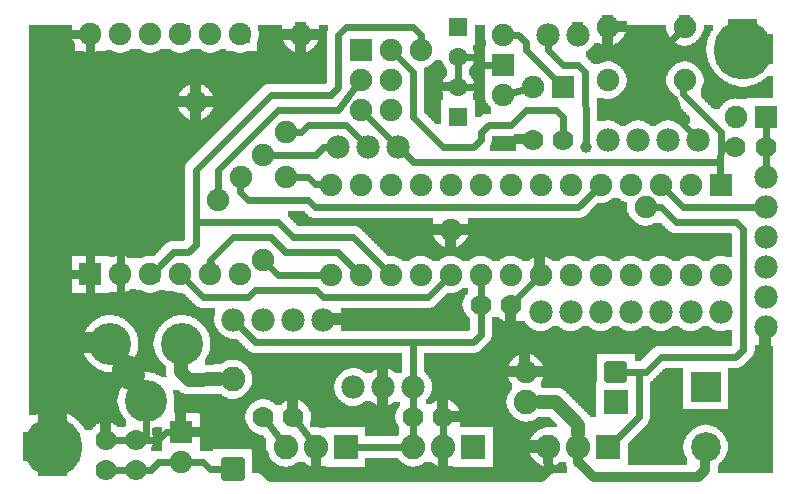
<source format=gbl>
G04 MADE WITH FRITZING*
G04 WWW.FRITZING.ORG*
G04 DOUBLE SIDED*
G04 HOLES PLATED*
G04 CONTOUR ON CENTER OF CONTOUR VECTOR*
%ASAXBY*%
%FSLAX23Y23*%
%MOIN*%
%OFA0B0*%
%SFA1.0B1.0*%
%ADD10C,0.075000*%
%ADD11C,0.078000*%
%ADD12C,0.140000*%
%ADD13C,0.070000*%
%ADD14C,0.082000*%
%ADD15C,0.062992*%
%ADD16C,0.039370*%
%ADD17C,0.196851*%
%ADD18C,0.099055*%
%ADD19C,0.075433*%
%ADD20R,0.075000X0.075000*%
%ADD21R,0.055556X0.055556*%
%ADD22R,0.082000X0.082000*%
%ADD23R,0.062992X0.062992*%
%ADD24R,0.099055X0.099055*%
%ADD25C,0.024000*%
%ADD26C,0.048000*%
%ADD27C,0.096000*%
%ADD28C,0.032000*%
%ADD29C,0.020000*%
%LNCOPPER0*%
G90*
G70*
G54D10*
X2086Y1355D03*
X2458Y359D03*
X675Y1368D03*
X244Y703D03*
X344Y703D03*
X444Y703D03*
X544Y703D03*
X644Y703D03*
X744Y703D03*
X244Y1503D03*
X344Y1503D03*
X444Y1503D03*
X544Y1503D03*
X644Y1503D03*
X744Y1503D03*
G54D11*
X2495Y527D03*
X2495Y627D03*
X2495Y727D03*
X2495Y827D03*
X2495Y927D03*
X2495Y1027D03*
G54D10*
X2226Y1350D03*
X1970Y1350D03*
X2226Y1527D03*
X1970Y1527D03*
G54D12*
X550Y472D03*
X310Y472D03*
X430Y282D03*
G54D10*
X2345Y1002D03*
X2345Y702D03*
X2245Y1002D03*
X2245Y702D03*
X2145Y1002D03*
X2145Y702D03*
X2045Y1002D03*
X2045Y702D03*
X1945Y1002D03*
X1945Y702D03*
X1845Y1002D03*
X1845Y702D03*
X1745Y1002D03*
X1745Y702D03*
X1645Y1002D03*
X1645Y702D03*
X1545Y1002D03*
X1545Y702D03*
X1445Y1002D03*
X1445Y702D03*
X1345Y1002D03*
X1345Y702D03*
X1245Y1002D03*
X1245Y702D03*
X1145Y1002D03*
X1145Y702D03*
X1045Y1002D03*
X1045Y702D03*
G54D13*
X1320Y227D03*
X1420Y227D03*
X820Y227D03*
X920Y227D03*
X1720Y1152D03*
X1820Y1152D03*
G54D14*
X1095Y127D03*
X995Y127D03*
X895Y127D03*
X1520Y127D03*
X1420Y127D03*
X1320Y127D03*
X1970Y127D03*
X1870Y127D03*
X1770Y127D03*
G54D10*
X1995Y377D03*
X1695Y377D03*
X1145Y1452D03*
X1245Y1452D03*
X1145Y1352D03*
X1245Y1352D03*
X1145Y1252D03*
X1245Y1252D03*
G54D13*
X1545Y602D03*
X1645Y602D03*
G54D10*
X670Y952D03*
G54D11*
X2270Y1152D03*
X2170Y1152D03*
X2070Y1152D03*
X1970Y1152D03*
G54D14*
X1995Y277D03*
X1697Y277D03*
G54D10*
X745Y1027D03*
G54D15*
X1470Y1526D03*
X1470Y1427D03*
X1470Y1229D03*
X1470Y1327D03*
G54D11*
X1770Y1502D03*
X1870Y1502D03*
G54D16*
X1895Y1127D03*
G54D10*
X1820Y1327D03*
X1720Y1327D03*
G54D11*
X1745Y577D03*
X1845Y577D03*
X1945Y577D03*
X2045Y577D03*
X2145Y577D03*
X2245Y577D03*
X2345Y577D03*
G54D10*
X895Y1177D03*
G54D11*
X1320Y327D03*
X1220Y327D03*
X1120Y327D03*
G54D10*
X1620Y1502D03*
X1620Y1402D03*
X1620Y1302D03*
X545Y177D03*
X545Y77D03*
G54D14*
X719Y55D03*
X719Y353D03*
G54D13*
X395Y152D03*
X395Y52D03*
X295Y152D03*
X295Y52D03*
G54D17*
X2420Y1452D03*
X120Y127D03*
G54D13*
X2495Y1127D03*
X2394Y1127D03*
G54D10*
X2495Y1227D03*
X2395Y1227D03*
X2095Y927D03*
X820Y752D03*
G54D11*
X1020Y552D03*
X920Y552D03*
X820Y552D03*
X720Y552D03*
G54D10*
X820Y1102D03*
X895Y1027D03*
X1445Y852D03*
X1345Y1452D03*
G54D18*
X2295Y327D03*
X2295Y127D03*
G54D19*
X945Y1502D03*
X595Y1277D03*
G54D11*
X1270Y1127D03*
X1170Y1127D03*
X1070Y1127D03*
G54D20*
X244Y703D03*
G54D21*
X545Y702D03*
X646Y704D03*
X744Y700D03*
X748Y1500D03*
X643Y1505D03*
X548Y1506D03*
X443Y1506D03*
X343Y1505D03*
X245Y701D03*
X245Y1503D03*
X347Y705D03*
X450Y703D03*
G54D20*
X2345Y1002D03*
G54D22*
X1095Y127D03*
X1520Y127D03*
X1970Y127D03*
G54D20*
X1145Y1452D03*
G54D22*
X1996Y277D03*
G54D23*
X1470Y1526D03*
X1470Y1229D03*
G54D20*
X1820Y1327D03*
X1620Y1402D03*
X545Y177D03*
X2495Y1227D03*
G54D24*
X2295Y327D03*
G54D25*
X745Y877D02*
X595Y877D01*
D02*
X870Y877D02*
X745Y877D01*
D02*
X595Y802D02*
X570Y777D01*
D02*
X520Y777D02*
X473Y727D01*
D02*
X570Y777D02*
X520Y777D01*
D02*
X595Y877D02*
X595Y802D01*
D02*
X1120Y828D02*
X920Y828D01*
D02*
X920Y828D02*
X870Y877D01*
D02*
X1224Y723D02*
X1120Y828D01*
D02*
X595Y1052D02*
X595Y877D01*
D02*
X845Y1302D02*
X595Y1052D01*
D02*
X1095Y1528D02*
X1070Y1502D01*
D02*
X1070Y1502D02*
X1070Y1327D01*
D02*
X1045Y1302D02*
X845Y1302D01*
D02*
X1070Y1327D02*
X1045Y1302D01*
D02*
X1345Y1502D02*
X1319Y1528D01*
D02*
X1319Y1528D02*
X1095Y1528D01*
D02*
X1345Y1481D02*
X1345Y1502D01*
D02*
X1319Y1227D02*
X1319Y1378D01*
D02*
X1420Y1128D02*
X1319Y1227D01*
D02*
X1645Y1202D02*
X1571Y1202D01*
D02*
X1571Y1202D02*
X1545Y1176D01*
D02*
X1545Y1176D02*
X1545Y1152D01*
D02*
X1545Y1152D02*
X1519Y1128D01*
D02*
X1519Y1128D02*
X1420Y1128D01*
D02*
X1695Y1252D02*
X1645Y1202D01*
D02*
X1795Y1252D02*
X1695Y1252D01*
D02*
X1819Y1228D02*
X1795Y1252D01*
D02*
X1819Y1178D02*
X1819Y1228D01*
D02*
X1165Y1232D02*
X1248Y1149D01*
D02*
X1319Y1077D02*
X2344Y1077D01*
D02*
X1291Y1106D02*
X1319Y1077D01*
D02*
X2344Y1052D02*
X2344Y1031D01*
D02*
X2344Y1077D02*
X2344Y1052D01*
D02*
X770Y627D02*
X620Y627D01*
D02*
X794Y652D02*
X770Y627D01*
D02*
X1020Y627D02*
X995Y652D01*
D02*
X995Y652D02*
X794Y652D01*
D02*
X1370Y628D02*
X1020Y627D01*
D02*
X1424Y682D02*
X1370Y628D01*
D02*
X620Y627D02*
X569Y678D01*
D02*
X1669Y1502D02*
X1648Y1502D01*
D02*
X1695Y1477D02*
X1669Y1502D01*
D02*
X1695Y1452D02*
X1695Y1477D01*
D02*
X1799Y1348D02*
X1695Y1452D01*
D02*
X1692Y1320D02*
X1647Y1309D01*
D02*
X1545Y628D02*
X1545Y674D01*
G54D26*
D02*
X571Y352D02*
X675Y353D01*
D02*
X545Y376D02*
X571Y352D01*
D02*
X546Y400D02*
X545Y376D01*
G54D25*
D02*
X369Y152D02*
X321Y152D01*
D02*
X1069Y777D02*
X894Y777D01*
D02*
X1124Y722D02*
X1069Y777D01*
D02*
X845Y828D02*
X719Y828D01*
D02*
X894Y777D02*
X845Y828D01*
D02*
X644Y752D02*
X645Y738D01*
D02*
X719Y828D02*
X644Y752D01*
D02*
X1420Y201D02*
X1420Y159D01*
D02*
X935Y206D02*
X975Y153D01*
D02*
X1663Y621D02*
X1724Y682D01*
D02*
X2220Y927D02*
X2165Y982D01*
D02*
X2465Y927D02*
X2220Y927D01*
D02*
X2345Y1127D02*
X2368Y1127D01*
D02*
X2344Y1077D02*
X2345Y1127D01*
D02*
X2345Y1127D02*
X2345Y1177D01*
D02*
X2220Y1328D02*
X2218Y1322D01*
D02*
X1320Y357D02*
X1319Y478D01*
D02*
X1319Y478D02*
X794Y477D01*
D02*
X794Y477D02*
X741Y531D01*
D02*
X835Y206D02*
X875Y153D01*
D02*
X1288Y127D02*
X1127Y127D01*
G54D26*
D02*
X1795Y276D02*
X1740Y277D01*
D02*
X1869Y202D02*
X1795Y276D01*
D02*
X1869Y171D02*
X1869Y202D01*
G54D27*
D02*
X363Y388D02*
X376Y367D01*
G54D25*
D02*
X869Y702D02*
X1016Y702D01*
D02*
X840Y732D02*
X869Y702D01*
D02*
X670Y1052D02*
X869Y1252D01*
D02*
X1070Y1252D02*
X1127Y1329D01*
D02*
X869Y1252D02*
X1070Y1252D01*
D02*
X670Y981D02*
X670Y1052D01*
D02*
X970Y1028D02*
X994Y1003D01*
D02*
X994Y1003D02*
X1016Y1003D01*
D02*
X923Y1027D02*
X970Y1028D01*
D02*
X744Y977D02*
X769Y952D01*
D02*
X769Y952D02*
X970Y952D01*
D02*
X970Y952D02*
X994Y927D01*
D02*
X1870Y927D02*
X1925Y982D01*
D02*
X994Y927D02*
X1870Y927D01*
D02*
X744Y999D02*
X744Y977D01*
D02*
X2394Y427D02*
X2420Y452D01*
D02*
X2145Y428D02*
X2394Y427D01*
D02*
X2095Y378D02*
X2145Y428D01*
D02*
X2420Y452D02*
X2420Y853D01*
D02*
X2420Y853D02*
X2395Y877D01*
D02*
X2395Y877D02*
X2195Y877D01*
D02*
X2145Y927D02*
X2123Y927D01*
D02*
X2195Y877D02*
X2145Y927D01*
D02*
X2071Y378D02*
X2095Y378D01*
D02*
X2023Y378D02*
X2071Y378D01*
D02*
X1820Y1402D02*
X1770Y1452D01*
D02*
X1770Y1452D02*
X1770Y1472D01*
D02*
X1870Y1402D02*
X1820Y1402D01*
D02*
X1894Y1377D02*
X1870Y1402D01*
D02*
X1895Y1146D02*
X1894Y1377D01*
D02*
X1470Y1400D02*
X1470Y1354D01*
D02*
X1545Y1402D02*
X1520Y1427D01*
D02*
X1520Y1427D02*
X1497Y1427D01*
D02*
X1591Y1402D02*
X1545Y1402D01*
G54D28*
D02*
X1870Y77D02*
X1870Y90D01*
D02*
X1921Y26D02*
X1870Y77D01*
D02*
X2270Y28D02*
X1921Y26D01*
D02*
X2294Y52D02*
X2270Y28D01*
D02*
X2294Y81D02*
X2294Y52D01*
G54D25*
D02*
X2145Y1277D02*
X2248Y1174D01*
D02*
X2145Y1452D02*
X2145Y1277D01*
D02*
X2205Y1508D02*
X2145Y1452D01*
D02*
X430Y152D02*
X421Y152D01*
D02*
X516Y177D02*
X495Y178D01*
D02*
X369Y52D02*
X321Y52D01*
D02*
X516Y77D02*
X470Y77D01*
D02*
X686Y55D02*
X644Y55D01*
D02*
X2071Y226D02*
X1993Y150D01*
D02*
X2071Y378D02*
X2071Y226D01*
D02*
X430Y152D02*
X430Y221D01*
D02*
X1320Y201D02*
X1320Y159D01*
D02*
X1320Y253D02*
X1320Y297D01*
D02*
X1545Y502D02*
X1545Y576D01*
D02*
X1520Y478D02*
X1545Y502D01*
D02*
X1319Y478D02*
X1520Y478D01*
G54D28*
D02*
X744Y178D02*
X821Y102D01*
D02*
X821Y102D02*
X819Y52D01*
D02*
X819Y52D02*
X845Y26D01*
D02*
X845Y26D02*
X995Y26D01*
D02*
X1421Y26D02*
X1745Y26D01*
D02*
X1771Y52D02*
X1770Y90D01*
D02*
X579Y177D02*
X744Y178D01*
D02*
X995Y26D02*
X1421Y26D01*
D02*
X1745Y26D02*
X1771Y52D01*
D02*
X1421Y26D02*
X1420Y90D01*
D02*
X995Y26D02*
X995Y90D01*
G54D25*
D02*
X470Y152D02*
X430Y152D01*
D02*
X495Y178D02*
X470Y152D01*
D02*
X620Y77D02*
X573Y77D01*
D02*
X644Y55D02*
X620Y77D01*
D02*
X445Y52D02*
X421Y52D01*
D02*
X470Y77D02*
X445Y52D01*
D02*
X1545Y1352D02*
X1520Y1328D01*
D02*
X1520Y1328D02*
X1497Y1327D01*
D02*
X1545Y1402D02*
X1545Y1352D01*
D02*
X2495Y1101D02*
X2495Y1057D01*
D02*
X2495Y1199D02*
X2495Y1153D01*
D02*
X2220Y1303D02*
X2220Y1328D01*
D02*
X2345Y1177D02*
X2220Y1303D01*
D02*
X1319Y1378D02*
X1265Y1432D01*
D02*
X1020Y1128D02*
X1040Y1127D01*
D02*
X995Y1102D02*
X1020Y1128D01*
D02*
X848Y1102D02*
X995Y1102D01*
D02*
X945Y1177D02*
X970Y1202D01*
D02*
X970Y1202D02*
X1095Y1202D01*
D02*
X1095Y1202D02*
X1148Y1149D01*
D02*
X923Y1177D02*
X945Y1177D01*
G36*
X1526Y1535D02*
X1526Y1469D01*
X1520Y1469D01*
X1520Y1447D01*
X1522Y1447D01*
X1522Y1443D01*
X1524Y1443D01*
X1524Y1437D01*
X1526Y1437D01*
X1526Y1419D01*
X1524Y1419D01*
X1524Y1411D01*
X1522Y1411D01*
X1522Y1407D01*
X1520Y1407D01*
X1520Y1403D01*
X1518Y1403D01*
X1518Y1401D01*
X1516Y1401D01*
X1516Y1397D01*
X1514Y1397D01*
X1514Y1395D01*
X1512Y1395D01*
X1512Y1393D01*
X1510Y1393D01*
X1510Y1391D01*
X1508Y1391D01*
X1508Y1389D01*
X1506Y1389D01*
X1506Y1367D01*
X1508Y1367D01*
X1508Y1365D01*
X1510Y1365D01*
X1510Y1363D01*
X1512Y1363D01*
X1512Y1361D01*
X1514Y1361D01*
X1514Y1357D01*
X1516Y1357D01*
X1516Y1355D01*
X1518Y1355D01*
X1518Y1351D01*
X1520Y1351D01*
X1520Y1347D01*
X1522Y1347D01*
X1522Y1343D01*
X1524Y1343D01*
X1524Y1337D01*
X1526Y1337D01*
X1526Y1319D01*
X1524Y1319D01*
X1524Y1311D01*
X1522Y1311D01*
X1522Y1307D01*
X1520Y1307D01*
X1520Y1285D01*
X1526Y1285D01*
X1526Y1229D01*
X1546Y1229D01*
X1546Y1231D01*
X1548Y1231D01*
X1548Y1233D01*
X1552Y1233D01*
X1552Y1235D01*
X1554Y1235D01*
X1554Y1237D01*
X1560Y1237D01*
X1560Y1239D01*
X1580Y1239D01*
X1580Y1259D01*
X1578Y1259D01*
X1578Y1261D01*
X1576Y1261D01*
X1576Y1263D01*
X1574Y1263D01*
X1574Y1265D01*
X1572Y1265D01*
X1572Y1267D01*
X1570Y1267D01*
X1570Y1269D01*
X1568Y1269D01*
X1568Y1273D01*
X1566Y1273D01*
X1566Y1275D01*
X1564Y1275D01*
X1564Y1279D01*
X1562Y1279D01*
X1562Y1285D01*
X1560Y1285D01*
X1560Y1289D01*
X1558Y1289D01*
X1558Y1315D01*
X1560Y1315D01*
X1560Y1339D01*
X1558Y1339D01*
X1558Y1465D01*
X1562Y1465D01*
X1562Y1485D01*
X1560Y1485D01*
X1560Y1489D01*
X1558Y1489D01*
X1558Y1515D01*
X1560Y1515D01*
X1560Y1535D01*
X1526Y1535D01*
G37*
D02*
G36*
X1394Y1419D02*
X1394Y1417D01*
X1392Y1417D01*
X1392Y1415D01*
X1390Y1415D01*
X1390Y1413D01*
X1388Y1413D01*
X1388Y1411D01*
X1386Y1411D01*
X1386Y1409D01*
X1384Y1409D01*
X1384Y1407D01*
X1382Y1407D01*
X1382Y1405D01*
X1380Y1405D01*
X1380Y1403D01*
X1378Y1403D01*
X1378Y1401D01*
X1374Y1401D01*
X1374Y1399D01*
X1372Y1399D01*
X1372Y1397D01*
X1368Y1397D01*
X1368Y1395D01*
X1364Y1395D01*
X1364Y1393D01*
X1358Y1393D01*
X1358Y1391D01*
X1356Y1391D01*
X1356Y1241D01*
X1358Y1241D01*
X1358Y1239D01*
X1360Y1239D01*
X1360Y1237D01*
X1362Y1237D01*
X1362Y1235D01*
X1366Y1235D01*
X1366Y1233D01*
X1368Y1233D01*
X1368Y1231D01*
X1370Y1231D01*
X1370Y1229D01*
X1372Y1229D01*
X1372Y1227D01*
X1374Y1227D01*
X1374Y1225D01*
X1376Y1225D01*
X1376Y1223D01*
X1378Y1223D01*
X1378Y1221D01*
X1380Y1221D01*
X1380Y1219D01*
X1382Y1219D01*
X1382Y1217D01*
X1384Y1217D01*
X1384Y1215D01*
X1386Y1215D01*
X1386Y1213D01*
X1388Y1213D01*
X1388Y1211D01*
X1390Y1211D01*
X1390Y1209D01*
X1392Y1209D01*
X1392Y1207D01*
X1394Y1207D01*
X1394Y1205D01*
X1414Y1205D01*
X1414Y1285D01*
X1420Y1285D01*
X1420Y1305D01*
X1418Y1305D01*
X1418Y1311D01*
X1416Y1311D01*
X1416Y1315D01*
X1414Y1315D01*
X1414Y1339D01*
X1416Y1339D01*
X1416Y1345D01*
X1418Y1345D01*
X1418Y1349D01*
X1420Y1349D01*
X1420Y1353D01*
X1422Y1353D01*
X1422Y1355D01*
X1424Y1355D01*
X1424Y1359D01*
X1426Y1359D01*
X1426Y1361D01*
X1428Y1361D01*
X1428Y1363D01*
X1430Y1363D01*
X1430Y1365D01*
X1432Y1365D01*
X1432Y1367D01*
X1434Y1367D01*
X1434Y1387D01*
X1432Y1387D01*
X1432Y1389D01*
X1430Y1389D01*
X1430Y1391D01*
X1428Y1391D01*
X1428Y1395D01*
X1426Y1395D01*
X1426Y1397D01*
X1424Y1397D01*
X1424Y1399D01*
X1422Y1399D01*
X1422Y1403D01*
X1420Y1403D01*
X1420Y1405D01*
X1418Y1405D01*
X1418Y1411D01*
X1416Y1411D01*
X1416Y1415D01*
X1414Y1415D01*
X1414Y1419D01*
X1394Y1419D01*
G37*
D02*
G36*
X2032Y1535D02*
X2032Y1517D01*
X2030Y1517D01*
X2030Y1511D01*
X2028Y1511D01*
X2028Y1507D01*
X2026Y1507D01*
X2026Y1503D01*
X2024Y1503D01*
X2024Y1499D01*
X2022Y1499D01*
X2022Y1495D01*
X2020Y1495D01*
X2020Y1493D01*
X2018Y1493D01*
X2018Y1491D01*
X2016Y1491D01*
X2016Y1489D01*
X2014Y1489D01*
X2014Y1487D01*
X2012Y1487D01*
X2012Y1485D01*
X2010Y1485D01*
X2010Y1483D01*
X2008Y1483D01*
X2008Y1481D01*
X2006Y1481D01*
X2006Y1479D01*
X2004Y1479D01*
X2004Y1477D01*
X2002Y1477D01*
X2002Y1475D01*
X1998Y1475D01*
X1998Y1473D01*
X1994Y1473D01*
X1994Y1471D01*
X1990Y1471D01*
X1990Y1469D01*
X1986Y1469D01*
X1986Y1467D01*
X1978Y1467D01*
X1978Y1465D01*
X2216Y1465D01*
X2216Y1467D01*
X2210Y1467D01*
X2210Y1469D01*
X2204Y1469D01*
X2204Y1471D01*
X2200Y1471D01*
X2200Y1473D01*
X2198Y1473D01*
X2198Y1475D01*
X2194Y1475D01*
X2194Y1477D01*
X2192Y1477D01*
X2192Y1479D01*
X2188Y1479D01*
X2188Y1481D01*
X2186Y1481D01*
X2186Y1483D01*
X2184Y1483D01*
X2184Y1485D01*
X2182Y1485D01*
X2182Y1487D01*
X2180Y1487D01*
X2180Y1489D01*
X2178Y1489D01*
X2178Y1493D01*
X2176Y1493D01*
X2176Y1495D01*
X2174Y1495D01*
X2174Y1497D01*
X2172Y1497D01*
X2172Y1501D01*
X2170Y1501D01*
X2170Y1505D01*
X2168Y1505D01*
X2168Y1509D01*
X2166Y1509D01*
X2166Y1515D01*
X2164Y1515D01*
X2164Y1535D01*
X2032Y1535D01*
G37*
D02*
G36*
X2288Y1535D02*
X2288Y1519D01*
X2286Y1519D01*
X2286Y1511D01*
X2284Y1511D01*
X2284Y1507D01*
X2282Y1507D01*
X2282Y1503D01*
X2280Y1503D01*
X2280Y1499D01*
X2278Y1499D01*
X2278Y1495D01*
X2276Y1495D01*
X2276Y1493D01*
X2274Y1493D01*
X2274Y1491D01*
X2272Y1491D01*
X2272Y1489D01*
X2270Y1489D01*
X2270Y1487D01*
X2268Y1487D01*
X2268Y1485D01*
X2266Y1485D01*
X2266Y1483D01*
X2264Y1483D01*
X2264Y1481D01*
X2262Y1481D01*
X2262Y1479D01*
X2260Y1479D01*
X2260Y1477D01*
X2258Y1477D01*
X2258Y1475D01*
X2254Y1475D01*
X2254Y1473D01*
X2250Y1473D01*
X2250Y1471D01*
X2246Y1471D01*
X2246Y1469D01*
X2242Y1469D01*
X2242Y1467D01*
X2234Y1467D01*
X2234Y1465D01*
X2298Y1465D01*
X2298Y1475D01*
X2300Y1475D01*
X2300Y1483D01*
X2302Y1483D01*
X2302Y1489D01*
X2304Y1489D01*
X2304Y1493D01*
X2306Y1493D01*
X2306Y1499D01*
X2308Y1499D01*
X2308Y1503D01*
X2310Y1503D01*
X2310Y1507D01*
X2312Y1507D01*
X2312Y1509D01*
X2314Y1509D01*
X2314Y1513D01*
X2316Y1513D01*
X2316Y1515D01*
X2318Y1515D01*
X2318Y1535D01*
X2288Y1535D01*
G37*
D02*
G36*
X1924Y1473D02*
X1924Y1471D01*
X1922Y1471D01*
X1922Y1469D01*
X1920Y1469D01*
X1920Y1465D01*
X1960Y1465D01*
X1960Y1467D01*
X1954Y1467D01*
X1954Y1469D01*
X1948Y1469D01*
X1948Y1471D01*
X1944Y1471D01*
X1944Y1473D01*
X1924Y1473D01*
G37*
D02*
G36*
X1918Y1465D02*
X1918Y1463D01*
X2296Y1463D01*
X2296Y1465D01*
X1918Y1465D01*
G37*
D02*
G36*
X1918Y1465D02*
X1918Y1463D01*
X2296Y1463D01*
X2296Y1465D01*
X1918Y1465D01*
G37*
D02*
G36*
X1918Y1465D02*
X1918Y1463D01*
X2296Y1463D01*
X2296Y1465D01*
X1918Y1465D01*
G37*
D02*
G36*
X1916Y1463D02*
X1916Y1461D01*
X1914Y1461D01*
X1914Y1459D01*
X1912Y1459D01*
X1912Y1457D01*
X1910Y1457D01*
X1910Y1455D01*
X1908Y1455D01*
X1908Y1453D01*
X1906Y1453D01*
X1906Y1451D01*
X1902Y1451D01*
X1902Y1449D01*
X1900Y1449D01*
X1900Y1447D01*
X1896Y1447D01*
X1896Y1427D01*
X1898Y1427D01*
X1898Y1425D01*
X1900Y1425D01*
X1900Y1423D01*
X1902Y1423D01*
X1902Y1421D01*
X1904Y1421D01*
X1904Y1419D01*
X1906Y1419D01*
X1906Y1417D01*
X1908Y1417D01*
X1908Y1415D01*
X1910Y1415D01*
X1910Y1413D01*
X2234Y1413D01*
X2234Y1411D01*
X2242Y1411D01*
X2242Y1409D01*
X2246Y1409D01*
X2246Y1407D01*
X2250Y1407D01*
X2250Y1405D01*
X2254Y1405D01*
X2254Y1403D01*
X2256Y1403D01*
X2256Y1401D01*
X2260Y1401D01*
X2260Y1399D01*
X2262Y1399D01*
X2262Y1397D01*
X2264Y1397D01*
X2264Y1395D01*
X2266Y1395D01*
X2266Y1393D01*
X2268Y1393D01*
X2268Y1391D01*
X2270Y1391D01*
X2270Y1389D01*
X2272Y1389D01*
X2272Y1387D01*
X2274Y1387D01*
X2274Y1385D01*
X2276Y1385D01*
X2276Y1381D01*
X2278Y1381D01*
X2278Y1379D01*
X2280Y1379D01*
X2280Y1375D01*
X2282Y1375D01*
X2282Y1371D01*
X2284Y1371D01*
X2284Y1367D01*
X2286Y1367D01*
X2286Y1359D01*
X2288Y1359D01*
X2288Y1341D01*
X2286Y1341D01*
X2286Y1333D01*
X2284Y1333D01*
X2284Y1329D01*
X2406Y1329D01*
X2406Y1331D01*
X2396Y1331D01*
X2396Y1333D01*
X2388Y1333D01*
X2388Y1335D01*
X2382Y1335D01*
X2382Y1337D01*
X2378Y1337D01*
X2378Y1339D01*
X2374Y1339D01*
X2374Y1341D01*
X2370Y1341D01*
X2370Y1343D01*
X2366Y1343D01*
X2366Y1345D01*
X2362Y1345D01*
X2362Y1347D01*
X2358Y1347D01*
X2358Y1349D01*
X2356Y1349D01*
X2356Y1351D01*
X2354Y1351D01*
X2354Y1353D01*
X2350Y1353D01*
X2350Y1355D01*
X2348Y1355D01*
X2348Y1357D01*
X2346Y1357D01*
X2346Y1359D01*
X2342Y1359D01*
X2342Y1361D01*
X2340Y1361D01*
X2340Y1363D01*
X2338Y1363D01*
X2338Y1365D01*
X2336Y1365D01*
X2336Y1367D01*
X2334Y1367D01*
X2334Y1369D01*
X2332Y1369D01*
X2332Y1371D01*
X2330Y1371D01*
X2330Y1373D01*
X2328Y1373D01*
X2328Y1375D01*
X2326Y1375D01*
X2326Y1379D01*
X2324Y1379D01*
X2324Y1381D01*
X2322Y1381D01*
X2322Y1383D01*
X2320Y1383D01*
X2320Y1387D01*
X2318Y1387D01*
X2318Y1389D01*
X2316Y1389D01*
X2316Y1393D01*
X2314Y1393D01*
X2314Y1395D01*
X2312Y1395D01*
X2312Y1399D01*
X2310Y1399D01*
X2310Y1403D01*
X2308Y1403D01*
X2308Y1407D01*
X2306Y1407D01*
X2306Y1411D01*
X2304Y1411D01*
X2304Y1417D01*
X2302Y1417D01*
X2302Y1423D01*
X2300Y1423D01*
X2300Y1429D01*
X2298Y1429D01*
X2298Y1441D01*
X2296Y1441D01*
X2296Y1463D01*
X1916Y1463D01*
G37*
D02*
G36*
X1912Y1413D02*
X1912Y1411D01*
X1914Y1411D01*
X1914Y1409D01*
X1916Y1409D01*
X1916Y1407D01*
X1918Y1407D01*
X1918Y1405D01*
X1920Y1405D01*
X1920Y1403D01*
X1942Y1403D01*
X1942Y1405D01*
X1944Y1405D01*
X1944Y1407D01*
X1948Y1407D01*
X1948Y1409D01*
X1954Y1409D01*
X1954Y1411D01*
X1962Y1411D01*
X1962Y1413D01*
X1912Y1413D01*
G37*
D02*
G36*
X1978Y1413D02*
X1978Y1411D01*
X1986Y1411D01*
X1986Y1409D01*
X1990Y1409D01*
X1990Y1407D01*
X1994Y1407D01*
X1994Y1405D01*
X1998Y1405D01*
X1998Y1403D01*
X2000Y1403D01*
X2000Y1401D01*
X2004Y1401D01*
X2004Y1399D01*
X2006Y1399D01*
X2006Y1397D01*
X2008Y1397D01*
X2008Y1395D01*
X2010Y1395D01*
X2010Y1393D01*
X2012Y1393D01*
X2012Y1391D01*
X2014Y1391D01*
X2014Y1389D01*
X2016Y1389D01*
X2016Y1387D01*
X2018Y1387D01*
X2018Y1385D01*
X2020Y1385D01*
X2020Y1381D01*
X2022Y1381D01*
X2022Y1379D01*
X2024Y1379D01*
X2024Y1375D01*
X2026Y1375D01*
X2026Y1371D01*
X2028Y1371D01*
X2028Y1367D01*
X2030Y1367D01*
X2030Y1359D01*
X2032Y1359D01*
X2032Y1341D01*
X2030Y1341D01*
X2030Y1333D01*
X2028Y1333D01*
X2028Y1329D01*
X2026Y1329D01*
X2026Y1325D01*
X2024Y1325D01*
X2024Y1321D01*
X2022Y1321D01*
X2022Y1319D01*
X2020Y1319D01*
X2020Y1315D01*
X2018Y1315D01*
X2018Y1313D01*
X2016Y1313D01*
X2016Y1311D01*
X2014Y1311D01*
X2014Y1309D01*
X2012Y1309D01*
X2012Y1307D01*
X2010Y1307D01*
X2010Y1305D01*
X2008Y1305D01*
X2008Y1303D01*
X2006Y1303D01*
X2006Y1301D01*
X2002Y1301D01*
X2002Y1299D01*
X2000Y1299D01*
X2000Y1297D01*
X1996Y1297D01*
X1996Y1295D01*
X1994Y1295D01*
X1994Y1293D01*
X1988Y1293D01*
X1988Y1291D01*
X1984Y1291D01*
X1984Y1289D01*
X1974Y1289D01*
X1974Y1287D01*
X2204Y1287D01*
X2204Y1291D01*
X2202Y1291D01*
X2202Y1295D01*
X2198Y1295D01*
X2198Y1297D01*
X2196Y1297D01*
X2196Y1299D01*
X2192Y1299D01*
X2192Y1301D01*
X2190Y1301D01*
X2190Y1303D01*
X2188Y1303D01*
X2188Y1305D01*
X2186Y1305D01*
X2186Y1307D01*
X2184Y1307D01*
X2184Y1309D01*
X2182Y1309D01*
X2182Y1311D01*
X2180Y1311D01*
X2180Y1313D01*
X2178Y1313D01*
X2178Y1315D01*
X2176Y1315D01*
X2176Y1317D01*
X2174Y1317D01*
X2174Y1321D01*
X2172Y1321D01*
X2172Y1323D01*
X2170Y1323D01*
X2170Y1327D01*
X2168Y1327D01*
X2168Y1331D01*
X2166Y1331D01*
X2166Y1337D01*
X2164Y1337D01*
X2164Y1363D01*
X2166Y1363D01*
X2166Y1369D01*
X2168Y1369D01*
X2168Y1373D01*
X2170Y1373D01*
X2170Y1377D01*
X2172Y1377D01*
X2172Y1381D01*
X2174Y1381D01*
X2174Y1383D01*
X2176Y1383D01*
X2176Y1385D01*
X2178Y1385D01*
X2178Y1389D01*
X2180Y1389D01*
X2180Y1391D01*
X2182Y1391D01*
X2182Y1393D01*
X2184Y1393D01*
X2184Y1395D01*
X2186Y1395D01*
X2186Y1397D01*
X2188Y1397D01*
X2188Y1399D01*
X2192Y1399D01*
X2192Y1401D01*
X2194Y1401D01*
X2194Y1403D01*
X2198Y1403D01*
X2198Y1405D01*
X2200Y1405D01*
X2200Y1407D01*
X2204Y1407D01*
X2204Y1409D01*
X2210Y1409D01*
X2210Y1411D01*
X2218Y1411D01*
X2218Y1413D01*
X1978Y1413D01*
G37*
D02*
G36*
X2498Y1363D02*
X2498Y1361D01*
X2496Y1361D01*
X2496Y1359D01*
X2494Y1359D01*
X2494Y1357D01*
X2492Y1357D01*
X2492Y1355D01*
X2488Y1355D01*
X2488Y1353D01*
X2486Y1353D01*
X2486Y1351D01*
X2484Y1351D01*
X2484Y1349D01*
X2480Y1349D01*
X2480Y1347D01*
X2478Y1347D01*
X2478Y1345D01*
X2474Y1345D01*
X2474Y1343D01*
X2470Y1343D01*
X2470Y1341D01*
X2466Y1341D01*
X2466Y1339D01*
X2462Y1339D01*
X2462Y1337D01*
X2456Y1337D01*
X2456Y1335D01*
X2450Y1335D01*
X2450Y1333D01*
X2444Y1333D01*
X2444Y1331D01*
X2432Y1331D01*
X2432Y1329D01*
X2518Y1329D01*
X2518Y1363D01*
X2498Y1363D01*
G37*
D02*
G36*
X2282Y1329D02*
X2282Y1327D01*
X2518Y1327D01*
X2518Y1329D01*
X2282Y1329D01*
G37*
D02*
G36*
X2282Y1329D02*
X2282Y1327D01*
X2518Y1327D01*
X2518Y1329D01*
X2282Y1329D01*
G37*
D02*
G36*
X2282Y1327D02*
X2282Y1325D01*
X2280Y1325D01*
X2280Y1321D01*
X2278Y1321D01*
X2278Y1295D01*
X2280Y1295D01*
X2280Y1293D01*
X2282Y1293D01*
X2282Y1291D01*
X2396Y1291D01*
X2396Y1289D01*
X2408Y1289D01*
X2408Y1287D01*
X2432Y1287D01*
X2432Y1289D01*
X2434Y1289D01*
X2434Y1291D01*
X2518Y1291D01*
X2518Y1327D01*
X2282Y1327D01*
G37*
D02*
G36*
X1932Y1291D02*
X1932Y1287D01*
X1966Y1287D01*
X1966Y1289D01*
X1956Y1289D01*
X1956Y1291D01*
X1932Y1291D01*
G37*
D02*
G36*
X2284Y1291D02*
X2284Y1289D01*
X2286Y1289D01*
X2286Y1287D01*
X2288Y1287D01*
X2288Y1285D01*
X2290Y1285D01*
X2290Y1283D01*
X2292Y1283D01*
X2292Y1281D01*
X2294Y1281D01*
X2294Y1279D01*
X2296Y1279D01*
X2296Y1277D01*
X2298Y1277D01*
X2298Y1275D01*
X2300Y1275D01*
X2300Y1273D01*
X2302Y1273D01*
X2302Y1271D01*
X2304Y1271D01*
X2304Y1269D01*
X2306Y1269D01*
X2306Y1267D01*
X2308Y1267D01*
X2308Y1265D01*
X2310Y1265D01*
X2310Y1263D01*
X2312Y1263D01*
X2312Y1261D01*
X2314Y1261D01*
X2314Y1259D01*
X2316Y1259D01*
X2316Y1257D01*
X2318Y1257D01*
X2318Y1255D01*
X2320Y1255D01*
X2320Y1253D01*
X2340Y1253D01*
X2340Y1255D01*
X2342Y1255D01*
X2342Y1259D01*
X2344Y1259D01*
X2344Y1261D01*
X2346Y1261D01*
X2346Y1265D01*
X2348Y1265D01*
X2348Y1267D01*
X2350Y1267D01*
X2350Y1269D01*
X2352Y1269D01*
X2352Y1271D01*
X2354Y1271D01*
X2354Y1273D01*
X2356Y1273D01*
X2356Y1275D01*
X2360Y1275D01*
X2360Y1277D01*
X2362Y1277D01*
X2362Y1279D01*
X2364Y1279D01*
X2364Y1281D01*
X2368Y1281D01*
X2368Y1283D01*
X2372Y1283D01*
X2372Y1285D01*
X2376Y1285D01*
X2376Y1287D01*
X2382Y1287D01*
X2382Y1289D01*
X2394Y1289D01*
X2394Y1291D01*
X2284Y1291D01*
G37*
D02*
G36*
X1932Y1287D02*
X1932Y1285D01*
X2204Y1285D01*
X2204Y1287D01*
X1932Y1287D01*
G37*
D02*
G36*
X1932Y1287D02*
X1932Y1285D01*
X2204Y1285D01*
X2204Y1287D01*
X1932Y1287D01*
G37*
D02*
G36*
X1932Y1285D02*
X1932Y1217D01*
X2176Y1217D01*
X2176Y1215D01*
X2184Y1215D01*
X2184Y1213D01*
X2190Y1213D01*
X2190Y1211D01*
X2194Y1211D01*
X2194Y1209D01*
X2198Y1209D01*
X2198Y1207D01*
X2200Y1207D01*
X2200Y1205D01*
X2204Y1205D01*
X2204Y1203D01*
X2206Y1203D01*
X2206Y1201D01*
X2208Y1201D01*
X2208Y1199D01*
X2230Y1199D01*
X2230Y1201D01*
X2232Y1201D01*
X2232Y1203D01*
X2236Y1203D01*
X2236Y1205D01*
X2238Y1205D01*
X2238Y1207D01*
X2242Y1207D01*
X2242Y1229D01*
X2240Y1229D01*
X2240Y1231D01*
X2238Y1231D01*
X2238Y1233D01*
X2236Y1233D01*
X2236Y1235D01*
X2234Y1235D01*
X2234Y1237D01*
X2232Y1237D01*
X2232Y1239D01*
X2230Y1239D01*
X2230Y1241D01*
X2228Y1241D01*
X2228Y1243D01*
X2226Y1243D01*
X2226Y1245D01*
X2224Y1245D01*
X2224Y1247D01*
X2222Y1247D01*
X2222Y1249D01*
X2220Y1249D01*
X2220Y1251D01*
X2218Y1251D01*
X2218Y1253D01*
X2216Y1253D01*
X2216Y1255D01*
X2214Y1255D01*
X2214Y1259D01*
X2212Y1259D01*
X2212Y1263D01*
X2210Y1263D01*
X2210Y1269D01*
X2208Y1269D01*
X2208Y1277D01*
X2206Y1277D01*
X2206Y1283D01*
X2204Y1283D01*
X2204Y1285D01*
X1932Y1285D01*
G37*
D02*
G36*
X1932Y1217D02*
X1932Y1213D01*
X1954Y1213D01*
X1954Y1215D01*
X1964Y1215D01*
X1964Y1217D01*
X1932Y1217D01*
G37*
D02*
G36*
X1976Y1217D02*
X1976Y1215D01*
X1984Y1215D01*
X1984Y1213D01*
X1990Y1213D01*
X1990Y1211D01*
X1994Y1211D01*
X1994Y1209D01*
X1998Y1209D01*
X1998Y1207D01*
X2000Y1207D01*
X2000Y1205D01*
X2004Y1205D01*
X2004Y1203D01*
X2006Y1203D01*
X2006Y1201D01*
X2008Y1201D01*
X2008Y1199D01*
X2030Y1199D01*
X2030Y1201D01*
X2032Y1201D01*
X2032Y1203D01*
X2036Y1203D01*
X2036Y1205D01*
X2038Y1205D01*
X2038Y1207D01*
X2042Y1207D01*
X2042Y1209D01*
X2046Y1209D01*
X2046Y1211D01*
X2050Y1211D01*
X2050Y1213D01*
X2054Y1213D01*
X2054Y1215D01*
X2064Y1215D01*
X2064Y1217D01*
X1976Y1217D01*
G37*
D02*
G36*
X2076Y1217D02*
X2076Y1215D01*
X2084Y1215D01*
X2084Y1213D01*
X2090Y1213D01*
X2090Y1211D01*
X2094Y1211D01*
X2094Y1209D01*
X2098Y1209D01*
X2098Y1207D01*
X2100Y1207D01*
X2100Y1205D01*
X2104Y1205D01*
X2104Y1203D01*
X2106Y1203D01*
X2106Y1201D01*
X2108Y1201D01*
X2108Y1199D01*
X2130Y1199D01*
X2130Y1201D01*
X2132Y1201D01*
X2132Y1203D01*
X2136Y1203D01*
X2136Y1205D01*
X2138Y1205D01*
X2138Y1207D01*
X2142Y1207D01*
X2142Y1209D01*
X2146Y1209D01*
X2146Y1211D01*
X2150Y1211D01*
X2150Y1213D01*
X2154Y1213D01*
X2154Y1215D01*
X2162Y1215D01*
X2162Y1217D01*
X2076Y1217D01*
G37*
D02*
G36*
X1584Y1165D02*
X1584Y1163D01*
X1582Y1163D01*
X1582Y1145D01*
X1580Y1145D01*
X1580Y1139D01*
X1578Y1139D01*
X1578Y1135D01*
X1576Y1135D01*
X1576Y1115D01*
X1664Y1115D01*
X1664Y1135D01*
X1662Y1135D01*
X1662Y1143D01*
X1660Y1143D01*
X1660Y1165D01*
X1584Y1165D01*
G37*
D02*
G36*
X1984Y959D02*
X1984Y957D01*
X1982Y957D01*
X1982Y955D01*
X1980Y955D01*
X1980Y953D01*
X1978Y953D01*
X1978Y951D01*
X1974Y951D01*
X1974Y949D01*
X1972Y949D01*
X1972Y947D01*
X1968Y947D01*
X1968Y945D01*
X1964Y945D01*
X1964Y943D01*
X1958Y943D01*
X1958Y941D01*
X1934Y941D01*
X1934Y939D01*
X1932Y939D01*
X1932Y937D01*
X1930Y937D01*
X1930Y935D01*
X1928Y935D01*
X1928Y933D01*
X1926Y933D01*
X1926Y931D01*
X1924Y931D01*
X1924Y929D01*
X1922Y929D01*
X1922Y927D01*
X1920Y927D01*
X1920Y925D01*
X1918Y925D01*
X1918Y923D01*
X1916Y923D01*
X1916Y921D01*
X1914Y921D01*
X1914Y919D01*
X1912Y919D01*
X1912Y917D01*
X1910Y917D01*
X1910Y915D01*
X1908Y915D01*
X1908Y911D01*
X1906Y911D01*
X1906Y909D01*
X1904Y909D01*
X1904Y907D01*
X1902Y907D01*
X1902Y905D01*
X1900Y905D01*
X1900Y903D01*
X1898Y903D01*
X1898Y901D01*
X1896Y901D01*
X1896Y899D01*
X1892Y899D01*
X1892Y897D01*
X1890Y897D01*
X1890Y895D01*
X1886Y895D01*
X1886Y893D01*
X1880Y893D01*
X1880Y891D01*
X1502Y891D01*
X1502Y871D01*
X1504Y871D01*
X1504Y867D01*
X1506Y867D01*
X1506Y865D01*
X2086Y865D01*
X2086Y867D01*
X2078Y867D01*
X2078Y869D01*
X2074Y869D01*
X2074Y871D01*
X2070Y871D01*
X2070Y873D01*
X2066Y873D01*
X2066Y875D01*
X2064Y875D01*
X2064Y877D01*
X2060Y877D01*
X2060Y879D01*
X2058Y879D01*
X2058Y881D01*
X2056Y881D01*
X2056Y883D01*
X2054Y883D01*
X2054Y885D01*
X2052Y885D01*
X2052Y887D01*
X2050Y887D01*
X2050Y889D01*
X2048Y889D01*
X2048Y891D01*
X2046Y891D01*
X2046Y893D01*
X2044Y893D01*
X2044Y897D01*
X2042Y897D01*
X2042Y899D01*
X2040Y899D01*
X2040Y903D01*
X2038Y903D01*
X2038Y907D01*
X2036Y907D01*
X2036Y911D01*
X2034Y911D01*
X2034Y919D01*
X2032Y919D01*
X2032Y943D01*
X2026Y943D01*
X2026Y945D01*
X2022Y945D01*
X2022Y947D01*
X2018Y947D01*
X2018Y949D01*
X2014Y949D01*
X2014Y951D01*
X2012Y951D01*
X2012Y953D01*
X2010Y953D01*
X2010Y955D01*
X2006Y955D01*
X2006Y957D01*
X2004Y957D01*
X2004Y959D01*
X1984Y959D01*
G37*
D02*
G36*
X904Y915D02*
X904Y895D01*
X906Y895D01*
X906Y893D01*
X908Y893D01*
X908Y891D01*
X910Y891D01*
X910Y889D01*
X912Y889D01*
X912Y887D01*
X914Y887D01*
X914Y885D01*
X916Y885D01*
X916Y883D01*
X918Y883D01*
X918Y881D01*
X920Y881D01*
X920Y879D01*
X922Y879D01*
X922Y877D01*
X924Y877D01*
X924Y875D01*
X926Y875D01*
X926Y873D01*
X928Y873D01*
X928Y871D01*
X930Y871D01*
X930Y869D01*
X932Y869D01*
X932Y867D01*
X934Y867D01*
X934Y865D01*
X1128Y865D01*
X1128Y863D01*
X1134Y863D01*
X1134Y861D01*
X1138Y861D01*
X1138Y859D01*
X1142Y859D01*
X1142Y857D01*
X1144Y857D01*
X1144Y855D01*
X1146Y855D01*
X1146Y853D01*
X1148Y853D01*
X1148Y851D01*
X1150Y851D01*
X1150Y849D01*
X1152Y849D01*
X1152Y847D01*
X1154Y847D01*
X1154Y845D01*
X1156Y845D01*
X1156Y843D01*
X1158Y843D01*
X1158Y841D01*
X1160Y841D01*
X1160Y839D01*
X1162Y839D01*
X1162Y837D01*
X1164Y837D01*
X1164Y835D01*
X1166Y835D01*
X1166Y833D01*
X1168Y833D01*
X1168Y831D01*
X1170Y831D01*
X1170Y829D01*
X1172Y829D01*
X1172Y827D01*
X1174Y827D01*
X1174Y825D01*
X1176Y825D01*
X1176Y823D01*
X1178Y823D01*
X1178Y821D01*
X1180Y821D01*
X1180Y819D01*
X1182Y819D01*
X1182Y817D01*
X1184Y817D01*
X1184Y815D01*
X1186Y815D01*
X1186Y813D01*
X1188Y813D01*
X1188Y811D01*
X1190Y811D01*
X1190Y809D01*
X1192Y809D01*
X1192Y807D01*
X1194Y807D01*
X1194Y805D01*
X1196Y805D01*
X1196Y803D01*
X1198Y803D01*
X1198Y801D01*
X1200Y801D01*
X1200Y799D01*
X1202Y799D01*
X1202Y797D01*
X1204Y797D01*
X1204Y795D01*
X1206Y795D01*
X1206Y793D01*
X1208Y793D01*
X1208Y791D01*
X1432Y791D01*
X1432Y793D01*
X1426Y793D01*
X1426Y795D01*
X1422Y795D01*
X1422Y797D01*
X1418Y797D01*
X1418Y799D01*
X1414Y799D01*
X1414Y801D01*
X1412Y801D01*
X1412Y803D01*
X1410Y803D01*
X1410Y805D01*
X1406Y805D01*
X1406Y807D01*
X1404Y807D01*
X1404Y809D01*
X1402Y809D01*
X1402Y811D01*
X1400Y811D01*
X1400Y813D01*
X1398Y813D01*
X1398Y815D01*
X1396Y815D01*
X1396Y819D01*
X1394Y819D01*
X1394Y821D01*
X1392Y821D01*
X1392Y825D01*
X1390Y825D01*
X1390Y827D01*
X1388Y827D01*
X1388Y831D01*
X1386Y831D01*
X1386Y837D01*
X1384Y837D01*
X1384Y845D01*
X1382Y845D01*
X1382Y861D01*
X1384Y861D01*
X1384Y869D01*
X1386Y869D01*
X1386Y891D01*
X984Y891D01*
X984Y893D01*
X978Y893D01*
X978Y895D01*
X974Y895D01*
X974Y897D01*
X972Y897D01*
X972Y899D01*
X970Y899D01*
X970Y901D01*
X968Y901D01*
X968Y903D01*
X966Y903D01*
X966Y905D01*
X964Y905D01*
X964Y907D01*
X962Y907D01*
X962Y909D01*
X960Y909D01*
X960Y911D01*
X958Y911D01*
X958Y913D01*
X956Y913D01*
X956Y915D01*
X904Y915D01*
G37*
D02*
G36*
X2124Y875D02*
X2124Y873D01*
X2120Y873D01*
X2120Y871D01*
X2116Y871D01*
X2116Y869D01*
X2110Y869D01*
X2110Y867D01*
X2104Y867D01*
X2104Y865D01*
X2154Y865D01*
X2154Y867D01*
X2152Y867D01*
X2152Y869D01*
X2150Y869D01*
X2150Y871D01*
X2148Y871D01*
X2148Y873D01*
X2146Y873D01*
X2146Y875D01*
X2124Y875D01*
G37*
D02*
G36*
X1506Y865D02*
X1506Y863D01*
X2156Y863D01*
X2156Y865D01*
X1506Y865D01*
G37*
D02*
G36*
X1506Y865D02*
X1506Y863D01*
X2156Y863D01*
X2156Y865D01*
X1506Y865D01*
G37*
D02*
G36*
X1506Y863D02*
X1506Y855D01*
X1508Y855D01*
X1508Y849D01*
X1506Y849D01*
X1506Y839D01*
X1504Y839D01*
X1504Y833D01*
X1502Y833D01*
X1502Y829D01*
X1500Y829D01*
X1500Y825D01*
X1498Y825D01*
X1498Y823D01*
X1496Y823D01*
X1496Y819D01*
X1494Y819D01*
X1494Y817D01*
X1492Y817D01*
X1492Y815D01*
X1490Y815D01*
X1490Y813D01*
X1488Y813D01*
X1488Y811D01*
X1486Y811D01*
X1486Y809D01*
X1484Y809D01*
X1484Y807D01*
X1482Y807D01*
X1482Y805D01*
X1480Y805D01*
X1480Y803D01*
X1478Y803D01*
X1478Y801D01*
X1474Y801D01*
X1474Y799D01*
X1472Y799D01*
X1472Y797D01*
X1468Y797D01*
X1468Y795D01*
X1464Y795D01*
X1464Y793D01*
X1458Y793D01*
X1458Y791D01*
X2382Y791D01*
X2382Y839D01*
X2380Y839D01*
X2380Y841D01*
X2184Y841D01*
X2184Y843D01*
X2180Y843D01*
X2180Y845D01*
X2176Y845D01*
X2176Y847D01*
X2172Y847D01*
X2172Y849D01*
X2170Y849D01*
X2170Y851D01*
X2168Y851D01*
X2168Y853D01*
X2166Y853D01*
X2166Y855D01*
X2164Y855D01*
X2164Y857D01*
X2162Y857D01*
X2162Y859D01*
X2160Y859D01*
X2160Y861D01*
X2158Y861D01*
X2158Y863D01*
X1506Y863D01*
G37*
D02*
G36*
X1210Y791D02*
X1210Y789D01*
X2382Y789D01*
X2382Y791D01*
X1210Y791D01*
G37*
D02*
G36*
X1210Y791D02*
X1210Y789D01*
X2382Y789D01*
X2382Y791D01*
X1210Y791D01*
G37*
D02*
G36*
X1212Y789D02*
X1212Y787D01*
X1214Y787D01*
X1214Y785D01*
X1216Y785D01*
X1216Y783D01*
X1218Y783D01*
X1218Y781D01*
X1220Y781D01*
X1220Y779D01*
X1222Y779D01*
X1222Y777D01*
X1224Y777D01*
X1224Y775D01*
X1226Y775D01*
X1226Y773D01*
X1228Y773D01*
X1228Y771D01*
X1230Y771D01*
X1230Y769D01*
X1232Y769D01*
X1232Y767D01*
X1234Y767D01*
X1234Y765D01*
X2354Y765D01*
X2354Y763D01*
X2360Y763D01*
X2360Y761D01*
X2382Y761D01*
X2382Y789D01*
X1212Y789D01*
G37*
D02*
G36*
X1254Y765D02*
X1254Y763D01*
X1260Y763D01*
X1260Y761D01*
X1266Y761D01*
X1266Y759D01*
X1270Y759D01*
X1270Y757D01*
X1274Y757D01*
X1274Y755D01*
X1276Y755D01*
X1276Y753D01*
X1278Y753D01*
X1278Y751D01*
X1282Y751D01*
X1282Y749D01*
X1284Y749D01*
X1284Y747D01*
X1306Y747D01*
X1306Y749D01*
X1308Y749D01*
X1308Y751D01*
X1310Y751D01*
X1310Y753D01*
X1314Y753D01*
X1314Y755D01*
X1316Y755D01*
X1316Y757D01*
X1320Y757D01*
X1320Y759D01*
X1324Y759D01*
X1324Y761D01*
X1328Y761D01*
X1328Y763D01*
X1336Y763D01*
X1336Y765D01*
X1254Y765D01*
G37*
D02*
G36*
X1354Y765D02*
X1354Y763D01*
X1360Y763D01*
X1360Y761D01*
X1366Y761D01*
X1366Y759D01*
X1370Y759D01*
X1370Y757D01*
X1374Y757D01*
X1374Y755D01*
X1376Y755D01*
X1376Y753D01*
X1378Y753D01*
X1378Y751D01*
X1382Y751D01*
X1382Y749D01*
X1384Y749D01*
X1384Y747D01*
X1406Y747D01*
X1406Y749D01*
X1408Y749D01*
X1408Y751D01*
X1410Y751D01*
X1410Y753D01*
X1414Y753D01*
X1414Y755D01*
X1416Y755D01*
X1416Y757D01*
X1420Y757D01*
X1420Y759D01*
X1424Y759D01*
X1424Y761D01*
X1428Y761D01*
X1428Y763D01*
X1436Y763D01*
X1436Y765D01*
X1354Y765D01*
G37*
D02*
G36*
X1454Y765D02*
X1454Y763D01*
X1460Y763D01*
X1460Y761D01*
X1466Y761D01*
X1466Y759D01*
X1470Y759D01*
X1470Y757D01*
X1474Y757D01*
X1474Y755D01*
X1476Y755D01*
X1476Y753D01*
X1478Y753D01*
X1478Y751D01*
X1482Y751D01*
X1482Y749D01*
X1484Y749D01*
X1484Y747D01*
X1506Y747D01*
X1506Y749D01*
X1508Y749D01*
X1508Y751D01*
X1510Y751D01*
X1510Y753D01*
X1514Y753D01*
X1514Y755D01*
X1516Y755D01*
X1516Y757D01*
X1520Y757D01*
X1520Y759D01*
X1524Y759D01*
X1524Y761D01*
X1528Y761D01*
X1528Y763D01*
X1536Y763D01*
X1536Y765D01*
X1454Y765D01*
G37*
D02*
G36*
X1554Y765D02*
X1554Y763D01*
X1560Y763D01*
X1560Y761D01*
X1566Y761D01*
X1566Y759D01*
X1570Y759D01*
X1570Y757D01*
X1574Y757D01*
X1574Y755D01*
X1576Y755D01*
X1576Y753D01*
X1578Y753D01*
X1578Y751D01*
X1582Y751D01*
X1582Y749D01*
X1584Y749D01*
X1584Y747D01*
X1606Y747D01*
X1606Y749D01*
X1608Y749D01*
X1608Y751D01*
X1610Y751D01*
X1610Y753D01*
X1614Y753D01*
X1614Y755D01*
X1616Y755D01*
X1616Y757D01*
X1620Y757D01*
X1620Y759D01*
X1624Y759D01*
X1624Y761D01*
X1628Y761D01*
X1628Y763D01*
X1636Y763D01*
X1636Y765D01*
X1554Y765D01*
G37*
D02*
G36*
X1654Y765D02*
X1654Y763D01*
X1660Y763D01*
X1660Y761D01*
X1666Y761D01*
X1666Y759D01*
X1670Y759D01*
X1670Y757D01*
X1674Y757D01*
X1674Y755D01*
X1676Y755D01*
X1676Y753D01*
X1678Y753D01*
X1678Y751D01*
X1682Y751D01*
X1682Y749D01*
X1684Y749D01*
X1684Y747D01*
X1706Y747D01*
X1706Y749D01*
X1708Y749D01*
X1708Y751D01*
X1710Y751D01*
X1710Y753D01*
X1714Y753D01*
X1714Y755D01*
X1716Y755D01*
X1716Y757D01*
X1720Y757D01*
X1720Y759D01*
X1724Y759D01*
X1724Y761D01*
X1728Y761D01*
X1728Y763D01*
X1736Y763D01*
X1736Y765D01*
X1654Y765D01*
G37*
D02*
G36*
X1754Y765D02*
X1754Y763D01*
X1760Y763D01*
X1760Y761D01*
X1766Y761D01*
X1766Y759D01*
X1770Y759D01*
X1770Y757D01*
X1774Y757D01*
X1774Y755D01*
X1776Y755D01*
X1776Y753D01*
X1778Y753D01*
X1778Y751D01*
X1782Y751D01*
X1782Y749D01*
X1784Y749D01*
X1784Y747D01*
X1806Y747D01*
X1806Y749D01*
X1808Y749D01*
X1808Y751D01*
X1810Y751D01*
X1810Y753D01*
X1814Y753D01*
X1814Y755D01*
X1816Y755D01*
X1816Y757D01*
X1820Y757D01*
X1820Y759D01*
X1824Y759D01*
X1824Y761D01*
X1828Y761D01*
X1828Y763D01*
X1836Y763D01*
X1836Y765D01*
X1754Y765D01*
G37*
D02*
G36*
X1854Y765D02*
X1854Y763D01*
X1860Y763D01*
X1860Y761D01*
X1866Y761D01*
X1866Y759D01*
X1870Y759D01*
X1870Y757D01*
X1874Y757D01*
X1874Y755D01*
X1876Y755D01*
X1876Y753D01*
X1878Y753D01*
X1878Y751D01*
X1882Y751D01*
X1882Y749D01*
X1884Y749D01*
X1884Y747D01*
X1906Y747D01*
X1906Y749D01*
X1908Y749D01*
X1908Y751D01*
X1910Y751D01*
X1910Y753D01*
X1914Y753D01*
X1914Y755D01*
X1916Y755D01*
X1916Y757D01*
X1920Y757D01*
X1920Y759D01*
X1924Y759D01*
X1924Y761D01*
X1928Y761D01*
X1928Y763D01*
X1936Y763D01*
X1936Y765D01*
X1854Y765D01*
G37*
D02*
G36*
X1954Y765D02*
X1954Y763D01*
X1960Y763D01*
X1960Y761D01*
X1966Y761D01*
X1966Y759D01*
X1970Y759D01*
X1970Y757D01*
X1974Y757D01*
X1974Y755D01*
X1976Y755D01*
X1976Y753D01*
X1978Y753D01*
X1978Y751D01*
X1982Y751D01*
X1982Y749D01*
X1984Y749D01*
X1984Y747D01*
X2006Y747D01*
X2006Y749D01*
X2008Y749D01*
X2008Y751D01*
X2010Y751D01*
X2010Y753D01*
X2014Y753D01*
X2014Y755D01*
X2016Y755D01*
X2016Y757D01*
X2020Y757D01*
X2020Y759D01*
X2024Y759D01*
X2024Y761D01*
X2028Y761D01*
X2028Y763D01*
X2036Y763D01*
X2036Y765D01*
X1954Y765D01*
G37*
D02*
G36*
X2054Y765D02*
X2054Y763D01*
X2060Y763D01*
X2060Y761D01*
X2066Y761D01*
X2066Y759D01*
X2070Y759D01*
X2070Y757D01*
X2074Y757D01*
X2074Y755D01*
X2076Y755D01*
X2076Y753D01*
X2078Y753D01*
X2078Y751D01*
X2082Y751D01*
X2082Y749D01*
X2084Y749D01*
X2084Y747D01*
X2106Y747D01*
X2106Y749D01*
X2108Y749D01*
X2108Y751D01*
X2110Y751D01*
X2110Y753D01*
X2114Y753D01*
X2114Y755D01*
X2116Y755D01*
X2116Y757D01*
X2120Y757D01*
X2120Y759D01*
X2124Y759D01*
X2124Y761D01*
X2128Y761D01*
X2128Y763D01*
X2136Y763D01*
X2136Y765D01*
X2054Y765D01*
G37*
D02*
G36*
X2154Y765D02*
X2154Y763D01*
X2160Y763D01*
X2160Y761D01*
X2166Y761D01*
X2166Y759D01*
X2170Y759D01*
X2170Y757D01*
X2174Y757D01*
X2174Y755D01*
X2176Y755D01*
X2176Y753D01*
X2178Y753D01*
X2178Y751D01*
X2182Y751D01*
X2182Y749D01*
X2184Y749D01*
X2184Y747D01*
X2206Y747D01*
X2206Y749D01*
X2208Y749D01*
X2208Y751D01*
X2210Y751D01*
X2210Y753D01*
X2214Y753D01*
X2214Y755D01*
X2216Y755D01*
X2216Y757D01*
X2220Y757D01*
X2220Y759D01*
X2224Y759D01*
X2224Y761D01*
X2228Y761D01*
X2228Y763D01*
X2236Y763D01*
X2236Y765D01*
X2154Y765D01*
G37*
D02*
G36*
X2254Y765D02*
X2254Y763D01*
X2260Y763D01*
X2260Y761D01*
X2266Y761D01*
X2266Y759D01*
X2270Y759D01*
X2270Y757D01*
X2274Y757D01*
X2274Y755D01*
X2276Y755D01*
X2276Y753D01*
X2278Y753D01*
X2278Y751D01*
X2282Y751D01*
X2282Y749D01*
X2284Y749D01*
X2284Y747D01*
X2306Y747D01*
X2306Y749D01*
X2308Y749D01*
X2308Y751D01*
X2310Y751D01*
X2310Y753D01*
X2314Y753D01*
X2314Y755D01*
X2316Y755D01*
X2316Y757D01*
X2320Y757D01*
X2320Y759D01*
X2324Y759D01*
X2324Y761D01*
X2328Y761D01*
X2328Y763D01*
X2336Y763D01*
X2336Y765D01*
X2254Y765D01*
G37*
D02*
G36*
X1482Y657D02*
X1482Y655D01*
X1480Y655D01*
X1480Y653D01*
X1478Y653D01*
X1478Y651D01*
X1474Y651D01*
X1474Y649D01*
X1472Y649D01*
X1472Y647D01*
X1468Y647D01*
X1468Y645D01*
X1464Y645D01*
X1464Y643D01*
X1458Y643D01*
X1458Y641D01*
X1434Y641D01*
X1434Y639D01*
X1432Y639D01*
X1432Y637D01*
X1430Y637D01*
X1430Y635D01*
X1428Y635D01*
X1428Y633D01*
X1426Y633D01*
X1426Y631D01*
X1424Y631D01*
X1424Y629D01*
X1422Y629D01*
X1422Y627D01*
X1420Y627D01*
X1420Y625D01*
X1418Y625D01*
X1418Y623D01*
X1416Y623D01*
X1416Y621D01*
X1414Y621D01*
X1414Y619D01*
X1412Y619D01*
X1412Y617D01*
X1410Y617D01*
X1410Y615D01*
X1408Y615D01*
X1408Y613D01*
X1406Y613D01*
X1406Y611D01*
X1404Y611D01*
X1404Y609D01*
X1402Y609D01*
X1402Y607D01*
X1400Y607D01*
X1400Y605D01*
X1398Y605D01*
X1398Y603D01*
X1396Y603D01*
X1396Y601D01*
X1394Y601D01*
X1394Y599D01*
X1392Y599D01*
X1392Y597D01*
X1388Y597D01*
X1388Y595D01*
X1384Y595D01*
X1384Y593D01*
X1378Y593D01*
X1378Y591D01*
X1080Y591D01*
X1080Y567D01*
X1082Y567D01*
X1082Y559D01*
X1084Y559D01*
X1084Y545D01*
X1082Y545D01*
X1082Y537D01*
X1080Y537D01*
X1080Y515D01*
X1506Y515D01*
X1506Y517D01*
X1508Y517D01*
X1508Y559D01*
X1506Y559D01*
X1506Y561D01*
X1504Y561D01*
X1504Y563D01*
X1502Y563D01*
X1502Y565D01*
X1500Y565D01*
X1500Y567D01*
X1498Y567D01*
X1498Y569D01*
X1496Y569D01*
X1496Y573D01*
X1494Y573D01*
X1494Y575D01*
X1492Y575D01*
X1492Y579D01*
X1490Y579D01*
X1490Y583D01*
X1488Y583D01*
X1488Y589D01*
X1486Y589D01*
X1486Y597D01*
X1484Y597D01*
X1484Y607D01*
X1486Y607D01*
X1486Y617D01*
X1488Y617D01*
X1488Y621D01*
X1490Y621D01*
X1490Y625D01*
X1492Y625D01*
X1492Y629D01*
X1494Y629D01*
X1494Y633D01*
X1496Y633D01*
X1496Y635D01*
X1498Y635D01*
X1498Y637D01*
X1500Y637D01*
X1500Y639D01*
X1502Y639D01*
X1502Y657D01*
X1482Y657D01*
G37*
D02*
G36*
X2458Y467D02*
X2458Y449D01*
X2456Y449D01*
X2456Y439D01*
X2454Y439D01*
X2454Y435D01*
X2452Y435D01*
X2452Y431D01*
X2450Y431D01*
X2450Y429D01*
X2448Y429D01*
X2448Y427D01*
X2446Y427D01*
X2446Y425D01*
X2444Y425D01*
X2444Y423D01*
X2442Y423D01*
X2442Y421D01*
X2440Y421D01*
X2440Y419D01*
X2438Y419D01*
X2438Y417D01*
X2436Y417D01*
X2436Y415D01*
X2434Y415D01*
X2434Y413D01*
X2432Y413D01*
X2432Y411D01*
X2430Y411D01*
X2430Y409D01*
X2428Y409D01*
X2428Y407D01*
X2426Y407D01*
X2426Y405D01*
X2424Y405D01*
X2424Y403D01*
X2422Y403D01*
X2422Y401D01*
X2420Y401D01*
X2420Y399D01*
X2416Y399D01*
X2416Y397D01*
X2414Y397D01*
X2414Y395D01*
X2410Y395D01*
X2410Y393D01*
X2406Y393D01*
X2406Y391D01*
X2370Y391D01*
X2370Y253D01*
X2518Y253D01*
X2518Y463D01*
X2488Y463D01*
X2488Y465D01*
X2480Y465D01*
X2480Y467D01*
X2458Y467D01*
G37*
D02*
G36*
X2158Y391D02*
X2158Y389D01*
X2156Y389D01*
X2156Y387D01*
X2154Y387D01*
X2154Y385D01*
X2152Y385D01*
X2152Y383D01*
X2150Y383D01*
X2150Y381D01*
X2148Y381D01*
X2148Y379D01*
X2146Y379D01*
X2146Y377D01*
X2144Y377D01*
X2144Y375D01*
X2142Y375D01*
X2142Y373D01*
X2140Y373D01*
X2140Y371D01*
X2138Y371D01*
X2138Y369D01*
X2136Y369D01*
X2136Y367D01*
X2134Y367D01*
X2134Y365D01*
X2132Y365D01*
X2132Y363D01*
X2130Y363D01*
X2130Y361D01*
X2128Y361D01*
X2128Y359D01*
X2126Y359D01*
X2126Y357D01*
X2124Y357D01*
X2124Y355D01*
X2122Y355D01*
X2122Y353D01*
X2120Y353D01*
X2120Y351D01*
X2118Y351D01*
X2118Y349D01*
X2116Y349D01*
X2116Y347D01*
X2112Y347D01*
X2112Y345D01*
X2108Y345D01*
X2108Y253D01*
X2220Y253D01*
X2220Y391D01*
X2158Y391D01*
G37*
D02*
G36*
X2108Y253D02*
X2108Y251D01*
X2518Y251D01*
X2518Y253D01*
X2108Y253D01*
G37*
D02*
G36*
X2108Y253D02*
X2108Y251D01*
X2518Y251D01*
X2518Y253D01*
X2108Y253D01*
G37*
D02*
G36*
X2108Y251D02*
X2108Y221D01*
X2106Y221D01*
X2106Y213D01*
X2104Y213D01*
X2104Y209D01*
X2102Y209D01*
X2102Y205D01*
X2100Y205D01*
X2100Y203D01*
X2296Y203D01*
X2296Y201D01*
X2310Y201D01*
X2310Y199D01*
X2316Y199D01*
X2316Y197D01*
X2320Y197D01*
X2320Y195D01*
X2324Y195D01*
X2324Y193D01*
X2328Y193D01*
X2328Y191D01*
X2332Y191D01*
X2332Y189D01*
X2334Y189D01*
X2334Y187D01*
X2336Y187D01*
X2336Y185D01*
X2340Y185D01*
X2340Y183D01*
X2342Y183D01*
X2342Y181D01*
X2344Y181D01*
X2344Y179D01*
X2346Y179D01*
X2346Y177D01*
X2348Y177D01*
X2348Y175D01*
X2350Y175D01*
X2350Y173D01*
X2352Y173D01*
X2352Y169D01*
X2354Y169D01*
X2354Y167D01*
X2356Y167D01*
X2356Y165D01*
X2358Y165D01*
X2358Y161D01*
X2360Y161D01*
X2360Y157D01*
X2362Y157D01*
X2362Y153D01*
X2364Y153D01*
X2364Y149D01*
X2366Y149D01*
X2366Y143D01*
X2368Y143D01*
X2368Y131D01*
X2370Y131D01*
X2370Y123D01*
X2368Y123D01*
X2368Y113D01*
X2366Y113D01*
X2366Y107D01*
X2364Y107D01*
X2364Y101D01*
X2362Y101D01*
X2362Y97D01*
X2360Y97D01*
X2360Y93D01*
X2358Y93D01*
X2358Y91D01*
X2356Y91D01*
X2356Y87D01*
X2354Y87D01*
X2354Y85D01*
X2352Y85D01*
X2352Y83D01*
X2350Y83D01*
X2350Y81D01*
X2348Y81D01*
X2348Y79D01*
X2346Y79D01*
X2346Y77D01*
X2344Y77D01*
X2344Y75D01*
X2342Y75D01*
X2342Y73D01*
X2340Y73D01*
X2340Y71D01*
X2338Y71D01*
X2338Y69D01*
X2336Y69D01*
X2336Y41D01*
X2518Y41D01*
X2518Y251D01*
X2108Y251D01*
G37*
D02*
G36*
X2098Y203D02*
X2098Y201D01*
X2096Y201D01*
X2096Y199D01*
X2094Y199D01*
X2094Y197D01*
X2092Y197D01*
X2092Y195D01*
X2090Y195D01*
X2090Y193D01*
X2088Y193D01*
X2088Y191D01*
X2086Y191D01*
X2086Y189D01*
X2084Y189D01*
X2084Y187D01*
X2082Y187D01*
X2082Y185D01*
X2080Y185D01*
X2080Y183D01*
X2078Y183D01*
X2078Y181D01*
X2076Y181D01*
X2076Y179D01*
X2074Y179D01*
X2074Y177D01*
X2072Y177D01*
X2072Y175D01*
X2070Y175D01*
X2070Y173D01*
X2068Y173D01*
X2068Y171D01*
X2066Y171D01*
X2066Y169D01*
X2064Y169D01*
X2064Y167D01*
X2062Y167D01*
X2062Y165D01*
X2060Y165D01*
X2060Y163D01*
X2058Y163D01*
X2058Y161D01*
X2056Y161D01*
X2056Y159D01*
X2054Y159D01*
X2054Y157D01*
X2052Y157D01*
X2052Y155D01*
X2050Y155D01*
X2050Y153D01*
X2048Y153D01*
X2048Y151D01*
X2046Y151D01*
X2046Y149D01*
X2044Y149D01*
X2044Y147D01*
X2042Y147D01*
X2042Y145D01*
X2040Y145D01*
X2040Y143D01*
X2038Y143D01*
X2038Y141D01*
X2036Y141D01*
X2036Y69D01*
X2234Y69D01*
X2234Y89D01*
X2232Y89D01*
X2232Y93D01*
X2230Y93D01*
X2230Y95D01*
X2228Y95D01*
X2228Y99D01*
X2226Y99D01*
X2226Y105D01*
X2224Y105D01*
X2224Y109D01*
X2222Y109D01*
X2222Y117D01*
X2220Y117D01*
X2220Y137D01*
X2222Y137D01*
X2222Y145D01*
X2224Y145D01*
X2224Y151D01*
X2226Y151D01*
X2226Y155D01*
X2228Y155D01*
X2228Y159D01*
X2230Y159D01*
X2230Y163D01*
X2232Y163D01*
X2232Y165D01*
X2234Y165D01*
X2234Y169D01*
X2236Y169D01*
X2236Y171D01*
X2238Y171D01*
X2238Y173D01*
X2240Y173D01*
X2240Y175D01*
X2242Y175D01*
X2242Y177D01*
X2244Y177D01*
X2244Y179D01*
X2246Y179D01*
X2246Y181D01*
X2248Y181D01*
X2248Y183D01*
X2250Y183D01*
X2250Y185D01*
X2252Y185D01*
X2252Y187D01*
X2256Y187D01*
X2256Y189D01*
X2258Y189D01*
X2258Y191D01*
X2262Y191D01*
X2262Y193D01*
X2264Y193D01*
X2264Y195D01*
X2268Y195D01*
X2268Y197D01*
X2274Y197D01*
X2274Y199D01*
X2280Y199D01*
X2280Y201D01*
X2292Y201D01*
X2292Y203D01*
X2098Y203D01*
G37*
D02*
G36*
X40Y1535D02*
X40Y1441D01*
X234Y1441D01*
X234Y1443D01*
X228Y1443D01*
X228Y1445D01*
X222Y1445D01*
X222Y1447D01*
X218Y1447D01*
X218Y1449D01*
X192Y1449D01*
X192Y1473D01*
X190Y1473D01*
X190Y1477D01*
X188Y1477D01*
X188Y1481D01*
X186Y1481D01*
X186Y1485D01*
X184Y1485D01*
X184Y1491D01*
X182Y1491D01*
X182Y1515D01*
X184Y1515D01*
X184Y1535D01*
X40Y1535D01*
G37*
D02*
G36*
X804Y1535D02*
X804Y1513D01*
X806Y1513D01*
X806Y1493D01*
X804Y1493D01*
X804Y1487D01*
X802Y1487D01*
X802Y1481D01*
X800Y1481D01*
X800Y1447D01*
X764Y1447D01*
X764Y1445D01*
X760Y1445D01*
X760Y1443D01*
X754Y1443D01*
X754Y1441D01*
X930Y1441D01*
X930Y1443D01*
X926Y1443D01*
X926Y1445D01*
X922Y1445D01*
X922Y1447D01*
X918Y1447D01*
X918Y1449D01*
X914Y1449D01*
X914Y1451D01*
X912Y1451D01*
X912Y1453D01*
X908Y1453D01*
X908Y1455D01*
X906Y1455D01*
X906Y1457D01*
X904Y1457D01*
X904Y1459D01*
X902Y1459D01*
X902Y1461D01*
X900Y1461D01*
X900Y1463D01*
X898Y1463D01*
X898Y1465D01*
X896Y1465D01*
X896Y1469D01*
X894Y1469D01*
X894Y1471D01*
X892Y1471D01*
X892Y1473D01*
X890Y1473D01*
X890Y1477D01*
X888Y1477D01*
X888Y1481D01*
X886Y1481D01*
X886Y1487D01*
X884Y1487D01*
X884Y1493D01*
X882Y1493D01*
X882Y1513D01*
X884Y1513D01*
X884Y1535D01*
X804Y1535D01*
G37*
D02*
G36*
X1006Y1535D02*
X1006Y1507D01*
X1008Y1507D01*
X1008Y1497D01*
X1006Y1497D01*
X1006Y1489D01*
X1004Y1489D01*
X1004Y1483D01*
X1002Y1483D01*
X1002Y1479D01*
X1000Y1479D01*
X1000Y1475D01*
X998Y1475D01*
X998Y1471D01*
X996Y1471D01*
X996Y1469D01*
X994Y1469D01*
X994Y1467D01*
X992Y1467D01*
X992Y1465D01*
X990Y1465D01*
X990Y1461D01*
X988Y1461D01*
X988Y1459D01*
X986Y1459D01*
X986Y1457D01*
X982Y1457D01*
X982Y1455D01*
X980Y1455D01*
X980Y1453D01*
X978Y1453D01*
X978Y1451D01*
X976Y1451D01*
X976Y1449D01*
X972Y1449D01*
X972Y1447D01*
X968Y1447D01*
X968Y1445D01*
X964Y1445D01*
X964Y1443D01*
X958Y1443D01*
X958Y1441D01*
X948Y1441D01*
X948Y1439D01*
X1032Y1439D01*
X1032Y1503D01*
X1034Y1503D01*
X1034Y1515D01*
X1036Y1515D01*
X1036Y1535D01*
X1006Y1535D01*
G37*
D02*
G36*
X376Y1453D02*
X376Y1451D01*
X372Y1451D01*
X372Y1449D01*
X368Y1449D01*
X368Y1447D01*
X364Y1447D01*
X364Y1445D01*
X360Y1445D01*
X360Y1443D01*
X354Y1443D01*
X354Y1441D01*
X434Y1441D01*
X434Y1443D01*
X428Y1443D01*
X428Y1445D01*
X422Y1445D01*
X422Y1447D01*
X418Y1447D01*
X418Y1449D01*
X416Y1449D01*
X416Y1451D01*
X412Y1451D01*
X412Y1453D01*
X376Y1453D01*
G37*
D02*
G36*
X476Y1453D02*
X476Y1451D01*
X472Y1451D01*
X472Y1449D01*
X468Y1449D01*
X468Y1447D01*
X464Y1447D01*
X464Y1445D01*
X460Y1445D01*
X460Y1443D01*
X454Y1443D01*
X454Y1441D01*
X534Y1441D01*
X534Y1443D01*
X528Y1443D01*
X528Y1445D01*
X522Y1445D01*
X522Y1447D01*
X518Y1447D01*
X518Y1449D01*
X516Y1449D01*
X516Y1451D01*
X512Y1451D01*
X512Y1453D01*
X476Y1453D01*
G37*
D02*
G36*
X576Y1453D02*
X576Y1451D01*
X572Y1451D01*
X572Y1449D01*
X568Y1449D01*
X568Y1447D01*
X564Y1447D01*
X564Y1445D01*
X560Y1445D01*
X560Y1443D01*
X554Y1443D01*
X554Y1441D01*
X634Y1441D01*
X634Y1443D01*
X628Y1443D01*
X628Y1445D01*
X622Y1445D01*
X622Y1447D01*
X618Y1447D01*
X618Y1449D01*
X616Y1449D01*
X616Y1451D01*
X612Y1451D01*
X612Y1453D01*
X576Y1453D01*
G37*
D02*
G36*
X676Y1453D02*
X676Y1451D01*
X672Y1451D01*
X672Y1449D01*
X668Y1449D01*
X668Y1447D01*
X664Y1447D01*
X664Y1445D01*
X660Y1445D01*
X660Y1443D01*
X654Y1443D01*
X654Y1441D01*
X734Y1441D01*
X734Y1443D01*
X728Y1443D01*
X728Y1445D01*
X722Y1445D01*
X722Y1447D01*
X696Y1447D01*
X696Y1453D01*
X676Y1453D01*
G37*
D02*
G36*
X296Y1451D02*
X296Y1449D01*
X268Y1449D01*
X268Y1447D01*
X264Y1447D01*
X264Y1445D01*
X260Y1445D01*
X260Y1443D01*
X254Y1443D01*
X254Y1441D01*
X334Y1441D01*
X334Y1443D01*
X328Y1443D01*
X328Y1445D01*
X322Y1445D01*
X322Y1447D01*
X318Y1447D01*
X318Y1449D01*
X316Y1449D01*
X316Y1451D01*
X296Y1451D01*
G37*
D02*
G36*
X40Y1441D02*
X40Y1439D01*
X940Y1439D01*
X940Y1441D01*
X40Y1441D01*
G37*
D02*
G36*
X40Y1441D02*
X40Y1439D01*
X940Y1439D01*
X940Y1441D01*
X40Y1441D01*
G37*
D02*
G36*
X40Y1441D02*
X40Y1439D01*
X940Y1439D01*
X940Y1441D01*
X40Y1441D01*
G37*
D02*
G36*
X40Y1441D02*
X40Y1439D01*
X940Y1439D01*
X940Y1441D01*
X40Y1441D01*
G37*
D02*
G36*
X40Y1441D02*
X40Y1439D01*
X940Y1439D01*
X940Y1441D01*
X40Y1441D01*
G37*
D02*
G36*
X40Y1441D02*
X40Y1439D01*
X940Y1439D01*
X940Y1441D01*
X40Y1441D01*
G37*
D02*
G36*
X40Y1441D02*
X40Y1439D01*
X940Y1439D01*
X940Y1441D01*
X40Y1441D01*
G37*
D02*
G36*
X40Y1439D02*
X40Y1437D01*
X1032Y1437D01*
X1032Y1439D01*
X40Y1439D01*
G37*
D02*
G36*
X40Y1439D02*
X40Y1437D01*
X1032Y1437D01*
X1032Y1439D01*
X40Y1439D01*
G37*
D02*
G36*
X40Y1437D02*
X40Y1341D01*
X598Y1341D01*
X598Y1339D01*
X608Y1339D01*
X608Y1337D01*
X614Y1337D01*
X614Y1335D01*
X618Y1335D01*
X618Y1333D01*
X622Y1333D01*
X622Y1331D01*
X626Y1331D01*
X626Y1329D01*
X628Y1329D01*
X628Y1327D01*
X630Y1327D01*
X630Y1325D01*
X632Y1325D01*
X632Y1323D01*
X636Y1323D01*
X636Y1321D01*
X638Y1321D01*
X638Y1319D01*
X640Y1319D01*
X640Y1315D01*
X642Y1315D01*
X642Y1313D01*
X644Y1313D01*
X644Y1311D01*
X646Y1311D01*
X646Y1309D01*
X648Y1309D01*
X648Y1305D01*
X650Y1305D01*
X650Y1301D01*
X652Y1301D01*
X652Y1297D01*
X654Y1297D01*
X654Y1291D01*
X656Y1291D01*
X656Y1283D01*
X658Y1283D01*
X658Y1273D01*
X656Y1273D01*
X656Y1263D01*
X654Y1263D01*
X654Y1257D01*
X652Y1257D01*
X652Y1253D01*
X650Y1253D01*
X650Y1251D01*
X648Y1251D01*
X648Y1247D01*
X646Y1247D01*
X646Y1245D01*
X644Y1245D01*
X644Y1241D01*
X642Y1241D01*
X642Y1239D01*
X640Y1239D01*
X640Y1237D01*
X638Y1237D01*
X638Y1235D01*
X636Y1235D01*
X636Y1233D01*
X634Y1233D01*
X634Y1231D01*
X632Y1231D01*
X632Y1229D01*
X630Y1229D01*
X630Y1227D01*
X626Y1227D01*
X626Y1225D01*
X624Y1225D01*
X624Y1223D01*
X620Y1223D01*
X620Y1221D01*
X616Y1221D01*
X616Y1219D01*
X612Y1219D01*
X612Y1217D01*
X604Y1217D01*
X604Y1215D01*
X706Y1215D01*
X706Y1217D01*
X708Y1217D01*
X708Y1219D01*
X710Y1219D01*
X710Y1221D01*
X712Y1221D01*
X712Y1223D01*
X714Y1223D01*
X714Y1225D01*
X716Y1225D01*
X716Y1227D01*
X718Y1227D01*
X718Y1229D01*
X720Y1229D01*
X720Y1231D01*
X722Y1231D01*
X722Y1233D01*
X724Y1233D01*
X724Y1235D01*
X726Y1235D01*
X726Y1237D01*
X728Y1237D01*
X728Y1239D01*
X730Y1239D01*
X730Y1241D01*
X732Y1241D01*
X732Y1243D01*
X734Y1243D01*
X734Y1245D01*
X736Y1245D01*
X736Y1247D01*
X738Y1247D01*
X738Y1249D01*
X740Y1249D01*
X740Y1251D01*
X742Y1251D01*
X742Y1253D01*
X744Y1253D01*
X744Y1255D01*
X746Y1255D01*
X746Y1257D01*
X748Y1257D01*
X748Y1259D01*
X750Y1259D01*
X750Y1261D01*
X752Y1261D01*
X752Y1263D01*
X754Y1263D01*
X754Y1265D01*
X756Y1265D01*
X756Y1267D01*
X758Y1267D01*
X758Y1269D01*
X760Y1269D01*
X760Y1271D01*
X762Y1271D01*
X762Y1273D01*
X764Y1273D01*
X764Y1275D01*
X766Y1275D01*
X766Y1277D01*
X768Y1277D01*
X768Y1279D01*
X770Y1279D01*
X770Y1281D01*
X772Y1281D01*
X772Y1283D01*
X774Y1283D01*
X774Y1285D01*
X776Y1285D01*
X776Y1287D01*
X778Y1287D01*
X778Y1289D01*
X780Y1289D01*
X780Y1291D01*
X782Y1291D01*
X782Y1293D01*
X784Y1293D01*
X784Y1295D01*
X786Y1295D01*
X786Y1297D01*
X788Y1297D01*
X788Y1299D01*
X790Y1299D01*
X790Y1301D01*
X792Y1301D01*
X792Y1303D01*
X794Y1303D01*
X794Y1305D01*
X796Y1305D01*
X796Y1307D01*
X798Y1307D01*
X798Y1309D01*
X800Y1309D01*
X800Y1311D01*
X802Y1311D01*
X802Y1313D01*
X804Y1313D01*
X804Y1315D01*
X806Y1315D01*
X806Y1317D01*
X808Y1317D01*
X808Y1319D01*
X810Y1319D01*
X810Y1321D01*
X812Y1321D01*
X812Y1323D01*
X814Y1323D01*
X814Y1325D01*
X816Y1325D01*
X816Y1327D01*
X818Y1327D01*
X818Y1329D01*
X820Y1329D01*
X820Y1331D01*
X822Y1331D01*
X822Y1333D01*
X826Y1333D01*
X826Y1335D01*
X830Y1335D01*
X830Y1337D01*
X836Y1337D01*
X836Y1339D01*
X1030Y1339D01*
X1030Y1341D01*
X1032Y1341D01*
X1032Y1437D01*
X40Y1437D01*
G37*
D02*
G36*
X40Y1341D02*
X40Y1215D01*
X584Y1215D01*
X584Y1217D01*
X578Y1217D01*
X578Y1219D01*
X574Y1219D01*
X574Y1221D01*
X570Y1221D01*
X570Y1223D01*
X566Y1223D01*
X566Y1225D01*
X562Y1225D01*
X562Y1227D01*
X560Y1227D01*
X560Y1229D01*
X558Y1229D01*
X558Y1231D01*
X556Y1231D01*
X556Y1233D01*
X554Y1233D01*
X554Y1235D01*
X552Y1235D01*
X552Y1237D01*
X550Y1237D01*
X550Y1239D01*
X548Y1239D01*
X548Y1241D01*
X546Y1241D01*
X546Y1243D01*
X544Y1243D01*
X544Y1245D01*
X542Y1245D01*
X542Y1249D01*
X540Y1249D01*
X540Y1253D01*
X538Y1253D01*
X538Y1257D01*
X536Y1257D01*
X536Y1261D01*
X534Y1261D01*
X534Y1267D01*
X532Y1267D01*
X532Y1287D01*
X534Y1287D01*
X534Y1293D01*
X536Y1293D01*
X536Y1299D01*
X538Y1299D01*
X538Y1303D01*
X540Y1303D01*
X540Y1307D01*
X542Y1307D01*
X542Y1309D01*
X544Y1309D01*
X544Y1311D01*
X546Y1311D01*
X546Y1315D01*
X548Y1315D01*
X548Y1317D01*
X550Y1317D01*
X550Y1319D01*
X552Y1319D01*
X552Y1321D01*
X554Y1321D01*
X554Y1323D01*
X556Y1323D01*
X556Y1325D01*
X558Y1325D01*
X558Y1327D01*
X562Y1327D01*
X562Y1329D01*
X564Y1329D01*
X564Y1331D01*
X568Y1331D01*
X568Y1333D01*
X572Y1333D01*
X572Y1335D01*
X576Y1335D01*
X576Y1337D01*
X580Y1337D01*
X580Y1339D01*
X590Y1339D01*
X590Y1341D01*
X40Y1341D01*
G37*
D02*
G36*
X40Y1215D02*
X40Y1213D01*
X704Y1213D01*
X704Y1215D01*
X40Y1215D01*
G37*
D02*
G36*
X40Y1215D02*
X40Y1213D01*
X704Y1213D01*
X704Y1215D01*
X40Y1215D01*
G37*
D02*
G36*
X40Y1213D02*
X40Y765D01*
X356Y765D01*
X356Y763D01*
X362Y763D01*
X362Y761D01*
X366Y761D01*
X366Y759D01*
X420Y759D01*
X420Y761D01*
X426Y761D01*
X426Y763D01*
X430Y763D01*
X430Y765D01*
X458Y765D01*
X458Y767D01*
X460Y767D01*
X460Y769D01*
X462Y769D01*
X462Y771D01*
X464Y771D01*
X464Y773D01*
X466Y773D01*
X466Y775D01*
X468Y775D01*
X468Y777D01*
X470Y777D01*
X470Y779D01*
X472Y779D01*
X472Y781D01*
X474Y781D01*
X474Y783D01*
X476Y783D01*
X476Y785D01*
X478Y785D01*
X478Y787D01*
X480Y787D01*
X480Y791D01*
X482Y791D01*
X482Y793D01*
X484Y793D01*
X484Y795D01*
X486Y795D01*
X486Y797D01*
X488Y797D01*
X488Y799D01*
X490Y799D01*
X490Y801D01*
X492Y801D01*
X492Y803D01*
X494Y803D01*
X494Y805D01*
X496Y805D01*
X496Y807D01*
X500Y807D01*
X500Y809D01*
X502Y809D01*
X502Y811D01*
X508Y811D01*
X508Y813D01*
X516Y813D01*
X516Y815D01*
X556Y815D01*
X556Y817D01*
X558Y817D01*
X558Y1063D01*
X560Y1063D01*
X560Y1067D01*
X562Y1067D01*
X562Y1071D01*
X564Y1071D01*
X564Y1075D01*
X566Y1075D01*
X566Y1077D01*
X568Y1077D01*
X568Y1079D01*
X570Y1079D01*
X570Y1081D01*
X572Y1081D01*
X572Y1083D01*
X574Y1083D01*
X574Y1085D01*
X576Y1085D01*
X576Y1087D01*
X578Y1087D01*
X578Y1089D01*
X580Y1089D01*
X580Y1091D01*
X582Y1091D01*
X582Y1093D01*
X584Y1093D01*
X584Y1095D01*
X586Y1095D01*
X586Y1097D01*
X588Y1097D01*
X588Y1099D01*
X590Y1099D01*
X590Y1101D01*
X592Y1101D01*
X592Y1103D01*
X594Y1103D01*
X594Y1105D01*
X596Y1105D01*
X596Y1107D01*
X598Y1107D01*
X598Y1109D01*
X600Y1109D01*
X600Y1111D01*
X602Y1111D01*
X602Y1113D01*
X604Y1113D01*
X604Y1115D01*
X606Y1115D01*
X606Y1117D01*
X608Y1117D01*
X608Y1119D01*
X610Y1119D01*
X610Y1121D01*
X612Y1121D01*
X612Y1123D01*
X614Y1123D01*
X614Y1125D01*
X616Y1125D01*
X616Y1127D01*
X618Y1127D01*
X618Y1129D01*
X620Y1129D01*
X620Y1131D01*
X622Y1131D01*
X622Y1133D01*
X624Y1133D01*
X624Y1135D01*
X626Y1135D01*
X626Y1137D01*
X628Y1137D01*
X628Y1139D01*
X630Y1139D01*
X630Y1141D01*
X632Y1141D01*
X632Y1143D01*
X634Y1143D01*
X634Y1145D01*
X636Y1145D01*
X636Y1147D01*
X638Y1147D01*
X638Y1149D01*
X640Y1149D01*
X640Y1151D01*
X642Y1151D01*
X642Y1153D01*
X644Y1153D01*
X644Y1155D01*
X646Y1155D01*
X646Y1157D01*
X648Y1157D01*
X648Y1159D01*
X650Y1159D01*
X650Y1161D01*
X652Y1161D01*
X652Y1163D01*
X654Y1163D01*
X654Y1165D01*
X656Y1165D01*
X656Y1167D01*
X658Y1167D01*
X658Y1169D01*
X660Y1169D01*
X660Y1171D01*
X662Y1171D01*
X662Y1173D01*
X664Y1173D01*
X664Y1175D01*
X666Y1175D01*
X666Y1177D01*
X668Y1177D01*
X668Y1179D01*
X670Y1179D01*
X670Y1181D01*
X672Y1181D01*
X672Y1183D01*
X674Y1183D01*
X674Y1185D01*
X676Y1185D01*
X676Y1187D01*
X678Y1187D01*
X678Y1189D01*
X680Y1189D01*
X680Y1191D01*
X682Y1191D01*
X682Y1193D01*
X684Y1193D01*
X684Y1195D01*
X686Y1195D01*
X686Y1197D01*
X688Y1197D01*
X688Y1199D01*
X690Y1199D01*
X690Y1201D01*
X692Y1201D01*
X692Y1203D01*
X694Y1203D01*
X694Y1205D01*
X696Y1205D01*
X696Y1207D01*
X698Y1207D01*
X698Y1209D01*
X700Y1209D01*
X700Y1211D01*
X702Y1211D01*
X702Y1213D01*
X40Y1213D01*
G37*
D02*
G36*
X40Y765D02*
X40Y641D01*
X182Y641D01*
X182Y765D01*
X40Y765D01*
G37*
D02*
G36*
X306Y765D02*
X306Y761D01*
X326Y761D01*
X326Y763D01*
X330Y763D01*
X330Y765D01*
X306Y765D01*
G37*
D02*
G36*
X376Y653D02*
X376Y651D01*
X372Y651D01*
X372Y649D01*
X368Y649D01*
X368Y647D01*
X364Y647D01*
X364Y645D01*
X360Y645D01*
X360Y643D01*
X354Y643D01*
X354Y641D01*
X434Y641D01*
X434Y643D01*
X428Y643D01*
X428Y645D01*
X422Y645D01*
X422Y647D01*
X418Y647D01*
X418Y649D01*
X416Y649D01*
X416Y651D01*
X396Y651D01*
X396Y653D01*
X376Y653D01*
G37*
D02*
G36*
X472Y651D02*
X472Y649D01*
X468Y649D01*
X468Y647D01*
X464Y647D01*
X464Y645D01*
X460Y645D01*
X460Y643D01*
X454Y643D01*
X454Y641D01*
X534Y641D01*
X534Y643D01*
X528Y643D01*
X528Y645D01*
X522Y645D01*
X522Y647D01*
X518Y647D01*
X518Y649D01*
X492Y649D01*
X492Y651D01*
X472Y651D01*
G37*
D02*
G36*
X306Y645D02*
X306Y641D01*
X334Y641D01*
X334Y643D01*
X328Y643D01*
X328Y645D01*
X306Y645D01*
G37*
D02*
G36*
X40Y641D02*
X40Y639D01*
X554Y639D01*
X554Y641D01*
X40Y641D01*
G37*
D02*
G36*
X40Y641D02*
X40Y639D01*
X554Y639D01*
X554Y641D01*
X40Y641D01*
G37*
D02*
G36*
X40Y641D02*
X40Y639D01*
X554Y639D01*
X554Y641D01*
X40Y641D01*
G37*
D02*
G36*
X40Y641D02*
X40Y639D01*
X554Y639D01*
X554Y641D01*
X40Y641D01*
G37*
D02*
G36*
X40Y639D02*
X40Y567D01*
X564Y567D01*
X564Y565D01*
X572Y565D01*
X572Y563D01*
X578Y563D01*
X578Y561D01*
X584Y561D01*
X584Y559D01*
X588Y559D01*
X588Y557D01*
X592Y557D01*
X592Y555D01*
X594Y555D01*
X594Y553D01*
X598Y553D01*
X598Y551D01*
X600Y551D01*
X600Y549D01*
X604Y549D01*
X604Y547D01*
X606Y547D01*
X606Y545D01*
X608Y545D01*
X608Y543D01*
X610Y543D01*
X610Y541D01*
X612Y541D01*
X612Y539D01*
X614Y539D01*
X614Y537D01*
X616Y537D01*
X616Y535D01*
X618Y535D01*
X618Y533D01*
X620Y533D01*
X620Y531D01*
X622Y531D01*
X622Y529D01*
X624Y529D01*
X624Y527D01*
X626Y527D01*
X626Y523D01*
X628Y523D01*
X628Y521D01*
X630Y521D01*
X630Y517D01*
X632Y517D01*
X632Y515D01*
X634Y515D01*
X634Y511D01*
X636Y511D01*
X636Y507D01*
X638Y507D01*
X638Y501D01*
X640Y501D01*
X640Y495D01*
X642Y495D01*
X642Y487D01*
X644Y487D01*
X644Y457D01*
X642Y457D01*
X642Y449D01*
X640Y449D01*
X640Y443D01*
X638Y443D01*
X638Y439D01*
X636Y439D01*
X636Y435D01*
X634Y435D01*
X634Y431D01*
X632Y431D01*
X632Y427D01*
X630Y427D01*
X630Y425D01*
X628Y425D01*
X628Y421D01*
X626Y421D01*
X626Y419D01*
X730Y419D01*
X730Y417D01*
X736Y417D01*
X736Y415D01*
X742Y415D01*
X742Y413D01*
X746Y413D01*
X746Y411D01*
X748Y411D01*
X748Y409D01*
X752Y409D01*
X752Y407D01*
X754Y407D01*
X754Y405D01*
X756Y405D01*
X756Y403D01*
X760Y403D01*
X760Y401D01*
X762Y401D01*
X762Y399D01*
X764Y399D01*
X764Y397D01*
X766Y397D01*
X766Y395D01*
X768Y395D01*
X768Y393D01*
X770Y393D01*
X770Y391D01*
X1232Y391D01*
X1232Y389D01*
X1238Y389D01*
X1238Y387D01*
X1242Y387D01*
X1242Y385D01*
X1246Y385D01*
X1246Y383D01*
X1250Y383D01*
X1250Y381D01*
X1252Y381D01*
X1252Y379D01*
X1256Y379D01*
X1256Y377D01*
X1258Y377D01*
X1258Y375D01*
X1260Y375D01*
X1260Y373D01*
X1280Y373D01*
X1280Y375D01*
X1282Y375D01*
X1282Y441D01*
X784Y441D01*
X784Y443D01*
X778Y443D01*
X778Y445D01*
X776Y445D01*
X776Y447D01*
X772Y447D01*
X772Y449D01*
X770Y449D01*
X770Y451D01*
X768Y451D01*
X768Y453D01*
X766Y453D01*
X766Y455D01*
X764Y455D01*
X764Y457D01*
X762Y457D01*
X762Y459D01*
X760Y459D01*
X760Y461D01*
X758Y461D01*
X758Y463D01*
X756Y463D01*
X756Y465D01*
X754Y465D01*
X754Y467D01*
X752Y467D01*
X752Y469D01*
X750Y469D01*
X750Y471D01*
X748Y471D01*
X748Y473D01*
X746Y473D01*
X746Y475D01*
X744Y475D01*
X744Y477D01*
X742Y477D01*
X742Y479D01*
X740Y479D01*
X740Y481D01*
X738Y481D01*
X738Y483D01*
X736Y483D01*
X736Y485D01*
X734Y485D01*
X734Y487D01*
X732Y487D01*
X732Y489D01*
X708Y489D01*
X708Y491D01*
X702Y491D01*
X702Y493D01*
X698Y493D01*
X698Y495D01*
X694Y495D01*
X694Y497D01*
X690Y497D01*
X690Y499D01*
X688Y499D01*
X688Y501D01*
X684Y501D01*
X684Y503D01*
X682Y503D01*
X682Y505D01*
X680Y505D01*
X680Y507D01*
X678Y507D01*
X678Y509D01*
X676Y509D01*
X676Y511D01*
X674Y511D01*
X674Y513D01*
X672Y513D01*
X672Y515D01*
X670Y515D01*
X670Y517D01*
X668Y517D01*
X668Y521D01*
X666Y521D01*
X666Y523D01*
X664Y523D01*
X664Y527D01*
X662Y527D01*
X662Y531D01*
X660Y531D01*
X660Y535D01*
X658Y535D01*
X658Y541D01*
X656Y541D01*
X656Y563D01*
X658Y563D01*
X658Y569D01*
X660Y569D01*
X660Y591D01*
X608Y591D01*
X608Y593D01*
X604Y593D01*
X604Y595D01*
X600Y595D01*
X600Y597D01*
X598Y597D01*
X598Y599D01*
X596Y599D01*
X596Y601D01*
X592Y601D01*
X592Y603D01*
X590Y603D01*
X590Y605D01*
X588Y605D01*
X588Y607D01*
X586Y607D01*
X586Y609D01*
X584Y609D01*
X584Y611D01*
X582Y611D01*
X582Y613D01*
X580Y613D01*
X580Y615D01*
X578Y615D01*
X578Y617D01*
X576Y617D01*
X576Y619D01*
X574Y619D01*
X574Y621D01*
X572Y621D01*
X572Y623D01*
X570Y623D01*
X570Y625D01*
X568Y625D01*
X568Y627D01*
X566Y627D01*
X566Y629D01*
X564Y629D01*
X564Y631D01*
X562Y631D01*
X562Y633D01*
X560Y633D01*
X560Y635D01*
X558Y635D01*
X558Y637D01*
X556Y637D01*
X556Y639D01*
X40Y639D01*
G37*
D02*
G36*
X40Y567D02*
X40Y377D01*
X302Y377D01*
X302Y379D01*
X290Y379D01*
X290Y381D01*
X284Y381D01*
X284Y383D01*
X278Y383D01*
X278Y385D01*
X274Y385D01*
X274Y387D01*
X270Y387D01*
X270Y389D01*
X266Y389D01*
X266Y391D01*
X264Y391D01*
X264Y393D01*
X260Y393D01*
X260Y395D01*
X258Y395D01*
X258Y397D01*
X254Y397D01*
X254Y399D01*
X252Y399D01*
X252Y401D01*
X250Y401D01*
X250Y403D01*
X248Y403D01*
X248Y405D01*
X246Y405D01*
X246Y407D01*
X244Y407D01*
X244Y409D01*
X242Y409D01*
X242Y411D01*
X240Y411D01*
X240Y413D01*
X238Y413D01*
X238Y415D01*
X236Y415D01*
X236Y417D01*
X234Y417D01*
X234Y421D01*
X232Y421D01*
X232Y423D01*
X230Y423D01*
X230Y427D01*
X228Y427D01*
X228Y429D01*
X226Y429D01*
X226Y433D01*
X224Y433D01*
X224Y437D01*
X222Y437D01*
X222Y441D01*
X220Y441D01*
X220Y447D01*
X218Y447D01*
X218Y453D01*
X216Y453D01*
X216Y465D01*
X214Y465D01*
X214Y479D01*
X216Y479D01*
X216Y491D01*
X218Y491D01*
X218Y497D01*
X220Y497D01*
X220Y503D01*
X222Y503D01*
X222Y507D01*
X224Y507D01*
X224Y511D01*
X226Y511D01*
X226Y515D01*
X228Y515D01*
X228Y519D01*
X230Y519D01*
X230Y521D01*
X232Y521D01*
X232Y525D01*
X234Y525D01*
X234Y527D01*
X236Y527D01*
X236Y529D01*
X238Y529D01*
X238Y533D01*
X240Y533D01*
X240Y535D01*
X242Y535D01*
X242Y537D01*
X244Y537D01*
X244Y539D01*
X246Y539D01*
X246Y541D01*
X248Y541D01*
X248Y543D01*
X250Y543D01*
X250Y545D01*
X254Y545D01*
X254Y547D01*
X256Y547D01*
X256Y549D01*
X258Y549D01*
X258Y551D01*
X262Y551D01*
X262Y553D01*
X264Y553D01*
X264Y555D01*
X268Y555D01*
X268Y557D01*
X272Y557D01*
X272Y559D01*
X276Y559D01*
X276Y561D01*
X280Y561D01*
X280Y563D01*
X286Y563D01*
X286Y565D01*
X294Y565D01*
X294Y567D01*
X40Y567D01*
G37*
D02*
G36*
X324Y567D02*
X324Y565D01*
X332Y565D01*
X332Y563D01*
X338Y563D01*
X338Y561D01*
X344Y561D01*
X344Y559D01*
X348Y559D01*
X348Y557D01*
X352Y557D01*
X352Y555D01*
X354Y555D01*
X354Y553D01*
X358Y553D01*
X358Y551D01*
X360Y551D01*
X360Y549D01*
X364Y549D01*
X364Y547D01*
X366Y547D01*
X366Y545D01*
X368Y545D01*
X368Y543D01*
X370Y543D01*
X370Y541D01*
X372Y541D01*
X372Y539D01*
X374Y539D01*
X374Y537D01*
X376Y537D01*
X376Y535D01*
X378Y535D01*
X378Y533D01*
X380Y533D01*
X380Y531D01*
X382Y531D01*
X382Y529D01*
X384Y529D01*
X384Y527D01*
X386Y527D01*
X386Y523D01*
X388Y523D01*
X388Y521D01*
X390Y521D01*
X390Y517D01*
X392Y517D01*
X392Y515D01*
X394Y515D01*
X394Y511D01*
X396Y511D01*
X396Y507D01*
X398Y507D01*
X398Y501D01*
X400Y501D01*
X400Y495D01*
X402Y495D01*
X402Y487D01*
X404Y487D01*
X404Y457D01*
X402Y457D01*
X402Y449D01*
X400Y449D01*
X400Y443D01*
X398Y443D01*
X398Y439D01*
X396Y439D01*
X396Y435D01*
X394Y435D01*
X394Y431D01*
X392Y431D01*
X392Y427D01*
X390Y427D01*
X390Y425D01*
X388Y425D01*
X388Y421D01*
X386Y421D01*
X386Y419D01*
X384Y419D01*
X384Y417D01*
X382Y417D01*
X382Y413D01*
X380Y413D01*
X380Y411D01*
X378Y411D01*
X378Y409D01*
X376Y409D01*
X376Y407D01*
X374Y407D01*
X374Y405D01*
X372Y405D01*
X372Y403D01*
X370Y403D01*
X370Y401D01*
X368Y401D01*
X368Y399D01*
X364Y399D01*
X364Y397D01*
X362Y397D01*
X362Y395D01*
X360Y395D01*
X360Y393D01*
X356Y393D01*
X356Y391D01*
X352Y391D01*
X352Y389D01*
X350Y389D01*
X350Y387D01*
X346Y387D01*
X346Y385D01*
X340Y385D01*
X340Y383D01*
X336Y383D01*
X336Y381D01*
X328Y381D01*
X328Y379D01*
X318Y379D01*
X318Y377D01*
X444Y377D01*
X444Y375D01*
X452Y375D01*
X452Y373D01*
X458Y373D01*
X458Y371D01*
X464Y371D01*
X464Y369D01*
X468Y369D01*
X468Y367D01*
X472Y367D01*
X472Y365D01*
X474Y365D01*
X474Y363D01*
X478Y363D01*
X478Y361D01*
X498Y361D01*
X498Y365D01*
X496Y365D01*
X496Y397D01*
X494Y397D01*
X494Y399D01*
X492Y399D01*
X492Y401D01*
X490Y401D01*
X490Y403D01*
X488Y403D01*
X488Y405D01*
X486Y405D01*
X486Y407D01*
X484Y407D01*
X484Y409D01*
X482Y409D01*
X482Y411D01*
X480Y411D01*
X480Y413D01*
X478Y413D01*
X478Y415D01*
X476Y415D01*
X476Y417D01*
X474Y417D01*
X474Y421D01*
X472Y421D01*
X472Y423D01*
X470Y423D01*
X470Y427D01*
X468Y427D01*
X468Y429D01*
X466Y429D01*
X466Y433D01*
X464Y433D01*
X464Y437D01*
X462Y437D01*
X462Y441D01*
X460Y441D01*
X460Y447D01*
X458Y447D01*
X458Y453D01*
X456Y453D01*
X456Y465D01*
X454Y465D01*
X454Y479D01*
X456Y479D01*
X456Y491D01*
X458Y491D01*
X458Y497D01*
X460Y497D01*
X460Y503D01*
X462Y503D01*
X462Y507D01*
X464Y507D01*
X464Y511D01*
X466Y511D01*
X466Y515D01*
X468Y515D01*
X468Y519D01*
X470Y519D01*
X470Y521D01*
X472Y521D01*
X472Y525D01*
X474Y525D01*
X474Y527D01*
X476Y527D01*
X476Y529D01*
X478Y529D01*
X478Y533D01*
X480Y533D01*
X480Y535D01*
X482Y535D01*
X482Y537D01*
X484Y537D01*
X484Y539D01*
X486Y539D01*
X486Y541D01*
X488Y541D01*
X488Y543D01*
X490Y543D01*
X490Y545D01*
X494Y545D01*
X494Y547D01*
X496Y547D01*
X496Y549D01*
X498Y549D01*
X498Y551D01*
X502Y551D01*
X502Y553D01*
X504Y553D01*
X504Y555D01*
X508Y555D01*
X508Y557D01*
X512Y557D01*
X512Y559D01*
X516Y559D01*
X516Y561D01*
X520Y561D01*
X520Y563D01*
X526Y563D01*
X526Y565D01*
X534Y565D01*
X534Y567D01*
X324Y567D01*
G37*
D02*
G36*
X1584Y561D02*
X1584Y559D01*
X1582Y559D01*
X1582Y543D01*
X1634Y543D01*
X1634Y545D01*
X1628Y545D01*
X1628Y547D01*
X1624Y547D01*
X1624Y549D01*
X1620Y549D01*
X1620Y551D01*
X1616Y551D01*
X1616Y553D01*
X1614Y553D01*
X1614Y555D01*
X1610Y555D01*
X1610Y557D01*
X1608Y557D01*
X1608Y559D01*
X1606Y559D01*
X1606Y561D01*
X1584Y561D01*
G37*
D02*
G36*
X1666Y549D02*
X1666Y547D01*
X1662Y547D01*
X1662Y545D01*
X1656Y545D01*
X1656Y543D01*
X1692Y543D01*
X1692Y547D01*
X1690Y547D01*
X1690Y549D01*
X1666Y549D01*
G37*
D02*
G36*
X1582Y543D02*
X1582Y541D01*
X1694Y541D01*
X1694Y543D01*
X1582Y543D01*
G37*
D02*
G36*
X1582Y543D02*
X1582Y541D01*
X1694Y541D01*
X1694Y543D01*
X1582Y543D01*
G37*
D02*
G36*
X1582Y541D02*
X1582Y513D01*
X1738Y513D01*
X1738Y515D01*
X1730Y515D01*
X1730Y517D01*
X1724Y517D01*
X1724Y519D01*
X1720Y519D01*
X1720Y521D01*
X1716Y521D01*
X1716Y523D01*
X1714Y523D01*
X1714Y525D01*
X1710Y525D01*
X1710Y527D01*
X1708Y527D01*
X1708Y529D01*
X1706Y529D01*
X1706Y531D01*
X1704Y531D01*
X1704Y533D01*
X1702Y533D01*
X1702Y535D01*
X1700Y535D01*
X1700Y537D01*
X1698Y537D01*
X1698Y539D01*
X1696Y539D01*
X1696Y541D01*
X1582Y541D01*
G37*
D02*
G36*
X1784Y531D02*
X1784Y529D01*
X1782Y529D01*
X1782Y527D01*
X1778Y527D01*
X1778Y525D01*
X1776Y525D01*
X1776Y523D01*
X1772Y523D01*
X1772Y521D01*
X1770Y521D01*
X1770Y519D01*
X1764Y519D01*
X1764Y517D01*
X1760Y517D01*
X1760Y515D01*
X1752Y515D01*
X1752Y513D01*
X1838Y513D01*
X1838Y515D01*
X1830Y515D01*
X1830Y517D01*
X1824Y517D01*
X1824Y519D01*
X1820Y519D01*
X1820Y521D01*
X1816Y521D01*
X1816Y523D01*
X1814Y523D01*
X1814Y525D01*
X1810Y525D01*
X1810Y527D01*
X1808Y527D01*
X1808Y529D01*
X1806Y529D01*
X1806Y531D01*
X1784Y531D01*
G37*
D02*
G36*
X1884Y531D02*
X1884Y529D01*
X1882Y529D01*
X1882Y527D01*
X1878Y527D01*
X1878Y525D01*
X1876Y525D01*
X1876Y523D01*
X1872Y523D01*
X1872Y521D01*
X1870Y521D01*
X1870Y519D01*
X1864Y519D01*
X1864Y517D01*
X1860Y517D01*
X1860Y515D01*
X1852Y515D01*
X1852Y513D01*
X1938Y513D01*
X1938Y515D01*
X1930Y515D01*
X1930Y517D01*
X1924Y517D01*
X1924Y519D01*
X1920Y519D01*
X1920Y521D01*
X1916Y521D01*
X1916Y523D01*
X1914Y523D01*
X1914Y525D01*
X1910Y525D01*
X1910Y527D01*
X1908Y527D01*
X1908Y529D01*
X1906Y529D01*
X1906Y531D01*
X1884Y531D01*
G37*
D02*
G36*
X1984Y531D02*
X1984Y529D01*
X1982Y529D01*
X1982Y527D01*
X1978Y527D01*
X1978Y525D01*
X1976Y525D01*
X1976Y523D01*
X1972Y523D01*
X1972Y521D01*
X1970Y521D01*
X1970Y519D01*
X1964Y519D01*
X1964Y517D01*
X1960Y517D01*
X1960Y515D01*
X1952Y515D01*
X1952Y513D01*
X2038Y513D01*
X2038Y515D01*
X2030Y515D01*
X2030Y517D01*
X2024Y517D01*
X2024Y519D01*
X2020Y519D01*
X2020Y521D01*
X2016Y521D01*
X2016Y523D01*
X2014Y523D01*
X2014Y525D01*
X2010Y525D01*
X2010Y527D01*
X2008Y527D01*
X2008Y529D01*
X2006Y529D01*
X2006Y531D01*
X1984Y531D01*
G37*
D02*
G36*
X2084Y531D02*
X2084Y529D01*
X2082Y529D01*
X2082Y527D01*
X2078Y527D01*
X2078Y525D01*
X2076Y525D01*
X2076Y523D01*
X2072Y523D01*
X2072Y521D01*
X2070Y521D01*
X2070Y519D01*
X2064Y519D01*
X2064Y517D01*
X2060Y517D01*
X2060Y515D01*
X2052Y515D01*
X2052Y513D01*
X2138Y513D01*
X2138Y515D01*
X2130Y515D01*
X2130Y517D01*
X2124Y517D01*
X2124Y519D01*
X2120Y519D01*
X2120Y521D01*
X2116Y521D01*
X2116Y523D01*
X2114Y523D01*
X2114Y525D01*
X2110Y525D01*
X2110Y527D01*
X2108Y527D01*
X2108Y529D01*
X2106Y529D01*
X2106Y531D01*
X2084Y531D01*
G37*
D02*
G36*
X2184Y531D02*
X2184Y529D01*
X2182Y529D01*
X2182Y527D01*
X2178Y527D01*
X2178Y525D01*
X2176Y525D01*
X2176Y523D01*
X2172Y523D01*
X2172Y521D01*
X2170Y521D01*
X2170Y519D01*
X2164Y519D01*
X2164Y517D01*
X2160Y517D01*
X2160Y515D01*
X2152Y515D01*
X2152Y513D01*
X2238Y513D01*
X2238Y515D01*
X2230Y515D01*
X2230Y517D01*
X2224Y517D01*
X2224Y519D01*
X2220Y519D01*
X2220Y521D01*
X2216Y521D01*
X2216Y523D01*
X2214Y523D01*
X2214Y525D01*
X2210Y525D01*
X2210Y527D01*
X2208Y527D01*
X2208Y529D01*
X2206Y529D01*
X2206Y531D01*
X2184Y531D01*
G37*
D02*
G36*
X2284Y531D02*
X2284Y529D01*
X2282Y529D01*
X2282Y527D01*
X2278Y527D01*
X2278Y525D01*
X2276Y525D01*
X2276Y523D01*
X2272Y523D01*
X2272Y521D01*
X2270Y521D01*
X2270Y519D01*
X2264Y519D01*
X2264Y517D01*
X2260Y517D01*
X2260Y515D01*
X2252Y515D01*
X2252Y513D01*
X2338Y513D01*
X2338Y515D01*
X2330Y515D01*
X2330Y517D01*
X2324Y517D01*
X2324Y519D01*
X2320Y519D01*
X2320Y521D01*
X2316Y521D01*
X2316Y523D01*
X2314Y523D01*
X2314Y525D01*
X2310Y525D01*
X2310Y527D01*
X2308Y527D01*
X2308Y529D01*
X2306Y529D01*
X2306Y531D01*
X2284Y531D01*
G37*
D02*
G36*
X2364Y519D02*
X2364Y517D01*
X2360Y517D01*
X2360Y515D01*
X2352Y515D01*
X2352Y513D01*
X2384Y513D01*
X2384Y519D01*
X2364Y519D01*
G37*
D02*
G36*
X1582Y513D02*
X1582Y511D01*
X2384Y511D01*
X2384Y513D01*
X1582Y513D01*
G37*
D02*
G36*
X1582Y513D02*
X1582Y511D01*
X2384Y511D01*
X2384Y513D01*
X1582Y513D01*
G37*
D02*
G36*
X1582Y513D02*
X1582Y511D01*
X2384Y511D01*
X2384Y513D01*
X1582Y513D01*
G37*
D02*
G36*
X1582Y513D02*
X1582Y511D01*
X2384Y511D01*
X2384Y513D01*
X1582Y513D01*
G37*
D02*
G36*
X1582Y513D02*
X1582Y511D01*
X2384Y511D01*
X2384Y513D01*
X1582Y513D01*
G37*
D02*
G36*
X1582Y513D02*
X1582Y511D01*
X2384Y511D01*
X2384Y513D01*
X1582Y513D01*
G37*
D02*
G36*
X1582Y513D02*
X1582Y511D01*
X2384Y511D01*
X2384Y513D01*
X1582Y513D01*
G37*
D02*
G36*
X1582Y513D02*
X1582Y511D01*
X2384Y511D01*
X2384Y513D01*
X1582Y513D01*
G37*
D02*
G36*
X1582Y511D02*
X1582Y495D01*
X1580Y495D01*
X1580Y489D01*
X1578Y489D01*
X1578Y485D01*
X1576Y485D01*
X1576Y481D01*
X1574Y481D01*
X1574Y479D01*
X1572Y479D01*
X1572Y477D01*
X1570Y477D01*
X1570Y475D01*
X1568Y475D01*
X1568Y473D01*
X1566Y473D01*
X1566Y471D01*
X1564Y471D01*
X1564Y469D01*
X1562Y469D01*
X1562Y467D01*
X1560Y467D01*
X1560Y465D01*
X1558Y465D01*
X1558Y463D01*
X1556Y463D01*
X1556Y461D01*
X1554Y461D01*
X1554Y459D01*
X1552Y459D01*
X1552Y457D01*
X1550Y457D01*
X1550Y455D01*
X1548Y455D01*
X1548Y453D01*
X1546Y453D01*
X1546Y451D01*
X1544Y451D01*
X1544Y449D01*
X1542Y449D01*
X1542Y447D01*
X1538Y447D01*
X1538Y445D01*
X1534Y445D01*
X1534Y443D01*
X1528Y443D01*
X1528Y441D01*
X1356Y441D01*
X1356Y439D01*
X2058Y439D01*
X2058Y415D01*
X2080Y415D01*
X2080Y417D01*
X2082Y417D01*
X2082Y419D01*
X2084Y419D01*
X2084Y421D01*
X2086Y421D01*
X2086Y423D01*
X2088Y423D01*
X2088Y425D01*
X2090Y425D01*
X2090Y427D01*
X2092Y427D01*
X2092Y429D01*
X2094Y429D01*
X2094Y431D01*
X2096Y431D01*
X2096Y433D01*
X2098Y433D01*
X2098Y435D01*
X2100Y435D01*
X2100Y437D01*
X2102Y437D01*
X2102Y439D01*
X2104Y439D01*
X2104Y441D01*
X2106Y441D01*
X2106Y443D01*
X2108Y443D01*
X2108Y445D01*
X2110Y445D01*
X2110Y447D01*
X2112Y447D01*
X2112Y449D01*
X2114Y449D01*
X2114Y451D01*
X2116Y451D01*
X2116Y453D01*
X2118Y453D01*
X2118Y455D01*
X2120Y455D01*
X2120Y457D01*
X2122Y457D01*
X2122Y459D01*
X2126Y459D01*
X2126Y461D01*
X2130Y461D01*
X2130Y463D01*
X2134Y463D01*
X2134Y465D01*
X2382Y465D01*
X2382Y467D01*
X2384Y467D01*
X2384Y511D01*
X1582Y511D01*
G37*
D02*
G36*
X1356Y439D02*
X1356Y377D01*
X1358Y377D01*
X1358Y375D01*
X1360Y375D01*
X1360Y373D01*
X1362Y373D01*
X1362Y371D01*
X1364Y371D01*
X1364Y369D01*
X1366Y369D01*
X1366Y367D01*
X1368Y367D01*
X1368Y365D01*
X1370Y365D01*
X1370Y361D01*
X1372Y361D01*
X1372Y359D01*
X1374Y359D01*
X1374Y355D01*
X1376Y355D01*
X1376Y353D01*
X1378Y353D01*
X1378Y349D01*
X1380Y349D01*
X1380Y343D01*
X1382Y343D01*
X1382Y335D01*
X1384Y335D01*
X1384Y321D01*
X1382Y321D01*
X1382Y313D01*
X1380Y313D01*
X1380Y307D01*
X1378Y307D01*
X1378Y303D01*
X1376Y303D01*
X1376Y299D01*
X1374Y299D01*
X1374Y297D01*
X1372Y297D01*
X1372Y293D01*
X1370Y293D01*
X1370Y291D01*
X1368Y291D01*
X1368Y289D01*
X1366Y289D01*
X1366Y287D01*
X1430Y287D01*
X1430Y285D01*
X1436Y285D01*
X1436Y283D01*
X1442Y283D01*
X1442Y281D01*
X1446Y281D01*
X1446Y279D01*
X1448Y279D01*
X1448Y277D01*
X1452Y277D01*
X1452Y275D01*
X1454Y275D01*
X1454Y273D01*
X1456Y273D01*
X1456Y271D01*
X1458Y271D01*
X1458Y269D01*
X1460Y269D01*
X1460Y267D01*
X1462Y267D01*
X1462Y265D01*
X1464Y265D01*
X1464Y263D01*
X1466Y263D01*
X1466Y261D01*
X1468Y261D01*
X1468Y257D01*
X1470Y257D01*
X1470Y255D01*
X1472Y255D01*
X1472Y251D01*
X1474Y251D01*
X1474Y247D01*
X1476Y247D01*
X1476Y243D01*
X1478Y243D01*
X1478Y235D01*
X1480Y235D01*
X1480Y219D01*
X1478Y219D01*
X1478Y213D01*
X1476Y213D01*
X1476Y211D01*
X1690Y211D01*
X1690Y213D01*
X1682Y213D01*
X1682Y215D01*
X1676Y215D01*
X1676Y217D01*
X1672Y217D01*
X1672Y219D01*
X1668Y219D01*
X1668Y221D01*
X1664Y221D01*
X1664Y223D01*
X1662Y223D01*
X1662Y225D01*
X1660Y225D01*
X1660Y227D01*
X1656Y227D01*
X1656Y229D01*
X1654Y229D01*
X1654Y231D01*
X1652Y231D01*
X1652Y233D01*
X1650Y233D01*
X1650Y235D01*
X1648Y235D01*
X1648Y237D01*
X1646Y237D01*
X1646Y241D01*
X1644Y241D01*
X1644Y243D01*
X1642Y243D01*
X1642Y245D01*
X1640Y245D01*
X1640Y249D01*
X1638Y249D01*
X1638Y253D01*
X1636Y253D01*
X1636Y257D01*
X1634Y257D01*
X1634Y263D01*
X1632Y263D01*
X1632Y271D01*
X1630Y271D01*
X1630Y283D01*
X1632Y283D01*
X1632Y293D01*
X1634Y293D01*
X1634Y297D01*
X1636Y297D01*
X1636Y303D01*
X1638Y303D01*
X1638Y305D01*
X1640Y305D01*
X1640Y309D01*
X1642Y309D01*
X1642Y313D01*
X1644Y313D01*
X1644Y315D01*
X1646Y315D01*
X1646Y317D01*
X1648Y317D01*
X1648Y319D01*
X1650Y319D01*
X1650Y339D01*
X1648Y339D01*
X1648Y341D01*
X1646Y341D01*
X1646Y343D01*
X1644Y343D01*
X1644Y347D01*
X1642Y347D01*
X1642Y349D01*
X1640Y349D01*
X1640Y353D01*
X1638Y353D01*
X1638Y357D01*
X1636Y357D01*
X1636Y361D01*
X1634Y361D01*
X1634Y369D01*
X1632Y369D01*
X1632Y385D01*
X1634Y385D01*
X1634Y393D01*
X1636Y393D01*
X1636Y399D01*
X1638Y399D01*
X1638Y403D01*
X1640Y403D01*
X1640Y405D01*
X1642Y405D01*
X1642Y409D01*
X1644Y409D01*
X1644Y411D01*
X1646Y411D01*
X1646Y415D01*
X1648Y415D01*
X1648Y417D01*
X1650Y417D01*
X1650Y419D01*
X1652Y419D01*
X1652Y421D01*
X1654Y421D01*
X1654Y423D01*
X1656Y423D01*
X1656Y425D01*
X1660Y425D01*
X1660Y427D01*
X1662Y427D01*
X1662Y429D01*
X1664Y429D01*
X1664Y431D01*
X1668Y431D01*
X1668Y433D01*
X1672Y433D01*
X1672Y435D01*
X1676Y435D01*
X1676Y437D01*
X1682Y437D01*
X1682Y439D01*
X1356Y439D01*
G37*
D02*
G36*
X1708Y439D02*
X1708Y437D01*
X1714Y437D01*
X1714Y435D01*
X1718Y435D01*
X1718Y433D01*
X1722Y433D01*
X1722Y431D01*
X1724Y431D01*
X1724Y429D01*
X1728Y429D01*
X1728Y427D01*
X1730Y427D01*
X1730Y425D01*
X1732Y425D01*
X1732Y423D01*
X1734Y423D01*
X1734Y421D01*
X1736Y421D01*
X1736Y419D01*
X1738Y419D01*
X1738Y417D01*
X1740Y417D01*
X1740Y415D01*
X1742Y415D01*
X1742Y413D01*
X1744Y413D01*
X1744Y411D01*
X1746Y411D01*
X1746Y407D01*
X1748Y407D01*
X1748Y405D01*
X1750Y405D01*
X1750Y401D01*
X1752Y401D01*
X1752Y397D01*
X1754Y397D01*
X1754Y391D01*
X1756Y391D01*
X1756Y381D01*
X1758Y381D01*
X1758Y375D01*
X1756Y375D01*
X1756Y363D01*
X1754Y363D01*
X1754Y359D01*
X1752Y359D01*
X1752Y355D01*
X1750Y355D01*
X1750Y351D01*
X1748Y351D01*
X1748Y347D01*
X1746Y347D01*
X1746Y327D01*
X1750Y327D01*
X1750Y325D01*
X1806Y325D01*
X1806Y323D01*
X1814Y323D01*
X1814Y321D01*
X1818Y321D01*
X1818Y319D01*
X1820Y319D01*
X1820Y317D01*
X1824Y317D01*
X1824Y315D01*
X1826Y315D01*
X1826Y313D01*
X1828Y313D01*
X1828Y311D01*
X1830Y311D01*
X1830Y309D01*
X1832Y309D01*
X1832Y307D01*
X1834Y307D01*
X1834Y305D01*
X1836Y305D01*
X1836Y303D01*
X1838Y303D01*
X1838Y301D01*
X1840Y301D01*
X1840Y299D01*
X1842Y299D01*
X1842Y297D01*
X1844Y297D01*
X1844Y295D01*
X1846Y295D01*
X1846Y293D01*
X1848Y293D01*
X1848Y291D01*
X1850Y291D01*
X1850Y289D01*
X1852Y289D01*
X1852Y287D01*
X1854Y287D01*
X1854Y285D01*
X1856Y285D01*
X1856Y283D01*
X1858Y283D01*
X1858Y281D01*
X1860Y281D01*
X1860Y279D01*
X1862Y279D01*
X1862Y277D01*
X1864Y277D01*
X1864Y275D01*
X1866Y275D01*
X1866Y273D01*
X1868Y273D01*
X1868Y271D01*
X1870Y271D01*
X1870Y269D01*
X1872Y269D01*
X1872Y267D01*
X1874Y267D01*
X1874Y265D01*
X1876Y265D01*
X1876Y263D01*
X1878Y263D01*
X1878Y261D01*
X1880Y261D01*
X1880Y259D01*
X1882Y259D01*
X1882Y257D01*
X1884Y257D01*
X1884Y255D01*
X1886Y255D01*
X1886Y253D01*
X1888Y253D01*
X1888Y251D01*
X1890Y251D01*
X1890Y249D01*
X1892Y249D01*
X1892Y247D01*
X1894Y247D01*
X1894Y245D01*
X1896Y245D01*
X1896Y243D01*
X1898Y243D01*
X1898Y241D01*
X1900Y241D01*
X1900Y239D01*
X1902Y239D01*
X1902Y237D01*
X1904Y237D01*
X1904Y235D01*
X1906Y235D01*
X1906Y233D01*
X1908Y233D01*
X1908Y231D01*
X1910Y231D01*
X1910Y227D01*
X1930Y227D01*
X1930Y271D01*
X1928Y271D01*
X1928Y283D01*
X1930Y283D01*
X1930Y343D01*
X1932Y343D01*
X1932Y439D01*
X1708Y439D01*
G37*
D02*
G36*
X626Y419D02*
X626Y401D01*
X656Y401D01*
X656Y403D01*
X680Y403D01*
X680Y405D01*
X682Y405D01*
X682Y407D01*
X686Y407D01*
X686Y409D01*
X688Y409D01*
X688Y411D01*
X692Y411D01*
X692Y413D01*
X696Y413D01*
X696Y415D01*
X700Y415D01*
X700Y417D01*
X708Y417D01*
X708Y419D01*
X626Y419D01*
G37*
D02*
G36*
X770Y391D02*
X770Y389D01*
X772Y389D01*
X772Y387D01*
X774Y387D01*
X774Y383D01*
X776Y383D01*
X776Y381D01*
X778Y381D01*
X778Y377D01*
X780Y377D01*
X780Y371D01*
X782Y371D01*
X782Y365D01*
X784Y365D01*
X784Y341D01*
X782Y341D01*
X782Y335D01*
X780Y335D01*
X780Y331D01*
X778Y331D01*
X778Y327D01*
X776Y327D01*
X776Y323D01*
X774Y323D01*
X774Y319D01*
X772Y319D01*
X772Y317D01*
X770Y317D01*
X770Y315D01*
X768Y315D01*
X768Y313D01*
X766Y313D01*
X766Y311D01*
X764Y311D01*
X764Y309D01*
X762Y309D01*
X762Y307D01*
X760Y307D01*
X760Y305D01*
X758Y305D01*
X758Y303D01*
X756Y303D01*
X756Y301D01*
X754Y301D01*
X754Y299D01*
X750Y299D01*
X750Y297D01*
X748Y297D01*
X748Y295D01*
X744Y295D01*
X744Y293D01*
X740Y293D01*
X740Y291D01*
X734Y291D01*
X734Y289D01*
X726Y289D01*
X726Y287D01*
X930Y287D01*
X930Y285D01*
X936Y285D01*
X936Y283D01*
X942Y283D01*
X942Y281D01*
X946Y281D01*
X946Y279D01*
X948Y279D01*
X948Y277D01*
X952Y277D01*
X952Y275D01*
X954Y275D01*
X954Y273D01*
X956Y273D01*
X956Y271D01*
X958Y271D01*
X958Y269D01*
X960Y269D01*
X960Y267D01*
X962Y267D01*
X962Y265D01*
X964Y265D01*
X964Y263D01*
X1114Y263D01*
X1114Y265D01*
X1104Y265D01*
X1104Y267D01*
X1100Y267D01*
X1100Y269D01*
X1096Y269D01*
X1096Y271D01*
X1092Y271D01*
X1092Y273D01*
X1088Y273D01*
X1088Y275D01*
X1086Y275D01*
X1086Y277D01*
X1082Y277D01*
X1082Y279D01*
X1080Y279D01*
X1080Y281D01*
X1078Y281D01*
X1078Y283D01*
X1076Y283D01*
X1076Y285D01*
X1074Y285D01*
X1074Y287D01*
X1072Y287D01*
X1072Y289D01*
X1070Y289D01*
X1070Y293D01*
X1068Y293D01*
X1068Y295D01*
X1066Y295D01*
X1066Y299D01*
X1064Y299D01*
X1064Y301D01*
X1062Y301D01*
X1062Y305D01*
X1060Y305D01*
X1060Y311D01*
X1058Y311D01*
X1058Y317D01*
X1056Y317D01*
X1056Y339D01*
X1058Y339D01*
X1058Y345D01*
X1060Y345D01*
X1060Y349D01*
X1062Y349D01*
X1062Y353D01*
X1064Y353D01*
X1064Y357D01*
X1066Y357D01*
X1066Y359D01*
X1068Y359D01*
X1068Y363D01*
X1070Y363D01*
X1070Y365D01*
X1072Y365D01*
X1072Y367D01*
X1074Y367D01*
X1074Y369D01*
X1076Y369D01*
X1076Y371D01*
X1078Y371D01*
X1078Y373D01*
X1080Y373D01*
X1080Y375D01*
X1082Y375D01*
X1082Y377D01*
X1084Y377D01*
X1084Y379D01*
X1086Y379D01*
X1086Y381D01*
X1090Y381D01*
X1090Y383D01*
X1094Y383D01*
X1094Y385D01*
X1098Y385D01*
X1098Y387D01*
X1102Y387D01*
X1102Y389D01*
X1108Y389D01*
X1108Y391D01*
X770Y391D01*
G37*
D02*
G36*
X1132Y391D02*
X1132Y389D01*
X1138Y389D01*
X1138Y387D01*
X1142Y387D01*
X1142Y385D01*
X1146Y385D01*
X1146Y383D01*
X1150Y383D01*
X1150Y381D01*
X1152Y381D01*
X1152Y379D01*
X1156Y379D01*
X1156Y377D01*
X1158Y377D01*
X1158Y375D01*
X1160Y375D01*
X1160Y373D01*
X1180Y373D01*
X1180Y375D01*
X1182Y375D01*
X1182Y377D01*
X1184Y377D01*
X1184Y379D01*
X1186Y379D01*
X1186Y381D01*
X1190Y381D01*
X1190Y383D01*
X1194Y383D01*
X1194Y385D01*
X1198Y385D01*
X1198Y387D01*
X1202Y387D01*
X1202Y389D01*
X1208Y389D01*
X1208Y391D01*
X1132Y391D01*
G37*
D02*
G36*
X40Y377D02*
X40Y375D01*
X414Y375D01*
X414Y377D01*
X40Y377D01*
G37*
D02*
G36*
X40Y377D02*
X40Y375D01*
X414Y375D01*
X414Y377D01*
X40Y377D01*
G37*
D02*
G36*
X40Y375D02*
X40Y251D01*
X132Y251D01*
X132Y249D01*
X144Y249D01*
X144Y247D01*
X150Y247D01*
X150Y245D01*
X156Y245D01*
X156Y243D01*
X162Y243D01*
X162Y241D01*
X166Y241D01*
X166Y239D01*
X170Y239D01*
X170Y237D01*
X174Y237D01*
X174Y235D01*
X178Y235D01*
X178Y233D01*
X180Y233D01*
X180Y231D01*
X184Y231D01*
X184Y229D01*
X186Y229D01*
X186Y227D01*
X188Y227D01*
X188Y225D01*
X192Y225D01*
X192Y223D01*
X194Y223D01*
X194Y221D01*
X196Y221D01*
X196Y219D01*
X198Y219D01*
X198Y217D01*
X200Y217D01*
X200Y215D01*
X202Y215D01*
X202Y213D01*
X300Y213D01*
X300Y211D01*
X310Y211D01*
X310Y209D01*
X314Y209D01*
X314Y207D01*
X318Y207D01*
X318Y205D01*
X322Y205D01*
X322Y203D01*
X324Y203D01*
X324Y201D01*
X328Y201D01*
X328Y199D01*
X330Y199D01*
X330Y197D01*
X332Y197D01*
X332Y195D01*
X334Y195D01*
X334Y193D01*
X354Y193D01*
X354Y195D01*
X358Y195D01*
X358Y197D01*
X360Y197D01*
X360Y199D01*
X362Y199D01*
X362Y221D01*
X360Y221D01*
X360Y223D01*
X358Y223D01*
X358Y225D01*
X356Y225D01*
X356Y227D01*
X354Y227D01*
X354Y231D01*
X352Y231D01*
X352Y233D01*
X350Y233D01*
X350Y237D01*
X348Y237D01*
X348Y239D01*
X346Y239D01*
X346Y243D01*
X344Y243D01*
X344Y247D01*
X342Y247D01*
X342Y251D01*
X340Y251D01*
X340Y257D01*
X338Y257D01*
X338Y263D01*
X336Y263D01*
X336Y275D01*
X334Y275D01*
X334Y289D01*
X336Y289D01*
X336Y301D01*
X338Y301D01*
X338Y307D01*
X340Y307D01*
X340Y313D01*
X342Y313D01*
X342Y317D01*
X344Y317D01*
X344Y321D01*
X346Y321D01*
X346Y325D01*
X348Y325D01*
X348Y329D01*
X350Y329D01*
X350Y331D01*
X352Y331D01*
X352Y335D01*
X354Y335D01*
X354Y337D01*
X356Y337D01*
X356Y339D01*
X358Y339D01*
X358Y343D01*
X360Y343D01*
X360Y345D01*
X362Y345D01*
X362Y347D01*
X364Y347D01*
X364Y349D01*
X366Y349D01*
X366Y351D01*
X368Y351D01*
X368Y353D01*
X370Y353D01*
X370Y355D01*
X374Y355D01*
X374Y357D01*
X376Y357D01*
X376Y359D01*
X378Y359D01*
X378Y361D01*
X382Y361D01*
X382Y363D01*
X384Y363D01*
X384Y365D01*
X388Y365D01*
X388Y367D01*
X392Y367D01*
X392Y369D01*
X396Y369D01*
X396Y371D01*
X400Y371D01*
X400Y373D01*
X406Y373D01*
X406Y375D01*
X40Y375D01*
G37*
D02*
G36*
X518Y317D02*
X518Y311D01*
X520Y311D01*
X520Y305D01*
X522Y305D01*
X522Y297D01*
X524Y297D01*
X524Y287D01*
X710Y287D01*
X710Y289D01*
X702Y289D01*
X702Y291D01*
X698Y291D01*
X698Y293D01*
X694Y293D01*
X694Y295D01*
X690Y295D01*
X690Y297D01*
X686Y297D01*
X686Y299D01*
X684Y299D01*
X684Y301D01*
X682Y301D01*
X682Y303D01*
X564Y303D01*
X564Y305D01*
X556Y305D01*
X556Y307D01*
X550Y307D01*
X550Y309D01*
X546Y309D01*
X546Y311D01*
X542Y311D01*
X542Y313D01*
X540Y313D01*
X540Y315D01*
X538Y315D01*
X538Y317D01*
X518Y317D01*
G37*
D02*
G36*
X524Y287D02*
X524Y285D01*
X808Y285D01*
X808Y287D01*
X524Y287D01*
G37*
D02*
G36*
X524Y287D02*
X524Y285D01*
X808Y285D01*
X808Y287D01*
X524Y287D01*
G37*
D02*
G36*
X830Y287D02*
X830Y285D01*
X836Y285D01*
X836Y283D01*
X842Y283D01*
X842Y281D01*
X844Y281D01*
X844Y279D01*
X848Y279D01*
X848Y277D01*
X852Y277D01*
X852Y275D01*
X854Y275D01*
X854Y273D01*
X856Y273D01*
X856Y271D01*
X858Y271D01*
X858Y269D01*
X860Y269D01*
X860Y267D01*
X880Y267D01*
X880Y269D01*
X882Y269D01*
X882Y271D01*
X884Y271D01*
X884Y273D01*
X886Y273D01*
X886Y275D01*
X888Y275D01*
X888Y277D01*
X892Y277D01*
X892Y279D01*
X894Y279D01*
X894Y281D01*
X898Y281D01*
X898Y283D01*
X902Y283D01*
X902Y285D01*
X908Y285D01*
X908Y287D01*
X830Y287D01*
G37*
D02*
G36*
X1364Y287D02*
X1364Y271D01*
X1384Y271D01*
X1384Y273D01*
X1386Y273D01*
X1386Y275D01*
X1388Y275D01*
X1388Y277D01*
X1392Y277D01*
X1392Y279D01*
X1394Y279D01*
X1394Y281D01*
X1398Y281D01*
X1398Y283D01*
X1402Y283D01*
X1402Y285D01*
X1408Y285D01*
X1408Y287D01*
X1364Y287D01*
G37*
D02*
G36*
X524Y285D02*
X524Y267D01*
X522Y267D01*
X522Y241D01*
X606Y241D01*
X606Y239D01*
X608Y239D01*
X608Y121D01*
X784Y121D01*
X784Y61D01*
X888Y61D01*
X888Y63D01*
X880Y63D01*
X880Y65D01*
X874Y65D01*
X874Y67D01*
X870Y67D01*
X870Y69D01*
X866Y69D01*
X866Y71D01*
X862Y71D01*
X862Y73D01*
X860Y73D01*
X860Y75D01*
X858Y75D01*
X858Y77D01*
X854Y77D01*
X854Y79D01*
X852Y79D01*
X852Y81D01*
X850Y81D01*
X850Y83D01*
X848Y83D01*
X848Y85D01*
X846Y85D01*
X846Y87D01*
X844Y87D01*
X844Y91D01*
X842Y91D01*
X842Y93D01*
X840Y93D01*
X840Y95D01*
X838Y95D01*
X838Y99D01*
X836Y99D01*
X836Y103D01*
X834Y103D01*
X834Y107D01*
X832Y107D01*
X832Y113D01*
X830Y113D01*
X830Y121D01*
X828Y121D01*
X828Y133D01*
X830Y133D01*
X830Y153D01*
X828Y153D01*
X828Y157D01*
X826Y157D01*
X826Y159D01*
X824Y159D01*
X824Y161D01*
X822Y161D01*
X822Y165D01*
X820Y165D01*
X820Y167D01*
X814Y167D01*
X814Y169D01*
X806Y169D01*
X806Y171D01*
X800Y171D01*
X800Y173D01*
X796Y173D01*
X796Y175D01*
X792Y175D01*
X792Y177D01*
X790Y177D01*
X790Y179D01*
X786Y179D01*
X786Y181D01*
X784Y181D01*
X784Y183D01*
X782Y183D01*
X782Y185D01*
X780Y185D01*
X780Y187D01*
X778Y187D01*
X778Y189D01*
X776Y189D01*
X776Y191D01*
X774Y191D01*
X774Y193D01*
X772Y193D01*
X772Y197D01*
X770Y197D01*
X770Y199D01*
X768Y199D01*
X768Y203D01*
X766Y203D01*
X766Y207D01*
X764Y207D01*
X764Y211D01*
X762Y211D01*
X762Y217D01*
X760Y217D01*
X760Y237D01*
X762Y237D01*
X762Y245D01*
X764Y245D01*
X764Y249D01*
X766Y249D01*
X766Y253D01*
X768Y253D01*
X768Y255D01*
X770Y255D01*
X770Y259D01*
X772Y259D01*
X772Y261D01*
X774Y261D01*
X774Y263D01*
X776Y263D01*
X776Y267D01*
X778Y267D01*
X778Y269D01*
X780Y269D01*
X780Y271D01*
X784Y271D01*
X784Y273D01*
X786Y273D01*
X786Y275D01*
X788Y275D01*
X788Y277D01*
X792Y277D01*
X792Y279D01*
X794Y279D01*
X794Y281D01*
X798Y281D01*
X798Y283D01*
X802Y283D01*
X802Y285D01*
X524Y285D01*
G37*
D02*
G36*
X1158Y281D02*
X1158Y279D01*
X1156Y279D01*
X1156Y277D01*
X1154Y277D01*
X1154Y275D01*
X1150Y275D01*
X1150Y273D01*
X1148Y273D01*
X1148Y271D01*
X1144Y271D01*
X1144Y269D01*
X1140Y269D01*
X1140Y267D01*
X1134Y267D01*
X1134Y265D01*
X1126Y265D01*
X1126Y263D01*
X1214Y263D01*
X1214Y265D01*
X1204Y265D01*
X1204Y267D01*
X1200Y267D01*
X1200Y269D01*
X1196Y269D01*
X1196Y271D01*
X1192Y271D01*
X1192Y273D01*
X1188Y273D01*
X1188Y275D01*
X1186Y275D01*
X1186Y277D01*
X1182Y277D01*
X1182Y279D01*
X1180Y279D01*
X1180Y281D01*
X1158Y281D01*
G37*
D02*
G36*
X1256Y279D02*
X1256Y277D01*
X1254Y277D01*
X1254Y275D01*
X1250Y275D01*
X1250Y273D01*
X1248Y273D01*
X1248Y271D01*
X1244Y271D01*
X1244Y269D01*
X1240Y269D01*
X1240Y267D01*
X1234Y267D01*
X1234Y265D01*
X1226Y265D01*
X1226Y263D01*
X1276Y263D01*
X1276Y279D01*
X1256Y279D01*
G37*
D02*
G36*
X966Y263D02*
X966Y261D01*
X1274Y261D01*
X1274Y263D01*
X966Y263D01*
G37*
D02*
G36*
X966Y263D02*
X966Y261D01*
X1274Y261D01*
X1274Y263D01*
X966Y263D01*
G37*
D02*
G36*
X966Y263D02*
X966Y261D01*
X1274Y261D01*
X1274Y263D01*
X966Y263D01*
G37*
D02*
G36*
X968Y261D02*
X968Y257D01*
X970Y257D01*
X970Y255D01*
X972Y255D01*
X972Y251D01*
X974Y251D01*
X974Y247D01*
X976Y247D01*
X976Y243D01*
X978Y243D01*
X978Y235D01*
X980Y235D01*
X980Y219D01*
X978Y219D01*
X978Y213D01*
X976Y213D01*
X976Y193D01*
X1160Y193D01*
X1160Y165D01*
X1270Y165D01*
X1270Y169D01*
X1272Y169D01*
X1272Y171D01*
X1274Y171D01*
X1274Y193D01*
X1272Y193D01*
X1272Y197D01*
X1270Y197D01*
X1270Y199D01*
X1268Y199D01*
X1268Y203D01*
X1266Y203D01*
X1266Y207D01*
X1264Y207D01*
X1264Y211D01*
X1262Y211D01*
X1262Y217D01*
X1260Y217D01*
X1260Y237D01*
X1262Y237D01*
X1262Y245D01*
X1264Y245D01*
X1264Y249D01*
X1266Y249D01*
X1266Y253D01*
X1268Y253D01*
X1268Y255D01*
X1270Y255D01*
X1270Y259D01*
X1272Y259D01*
X1272Y261D01*
X968Y261D01*
G37*
D02*
G36*
X40Y251D02*
X40Y233D01*
X62Y233D01*
X62Y235D01*
X66Y235D01*
X66Y237D01*
X70Y237D01*
X70Y239D01*
X74Y239D01*
X74Y241D01*
X78Y241D01*
X78Y243D01*
X82Y243D01*
X82Y245D01*
X88Y245D01*
X88Y247D01*
X96Y247D01*
X96Y249D01*
X106Y249D01*
X106Y251D01*
X40Y251D01*
G37*
D02*
G36*
X1734Y227D02*
X1734Y225D01*
X1732Y225D01*
X1732Y223D01*
X1728Y223D01*
X1728Y221D01*
X1726Y221D01*
X1726Y219D01*
X1722Y219D01*
X1722Y217D01*
X1718Y217D01*
X1718Y215D01*
X1712Y215D01*
X1712Y213D01*
X1704Y213D01*
X1704Y211D01*
X1790Y211D01*
X1790Y213D01*
X1788Y213D01*
X1788Y215D01*
X1786Y215D01*
X1786Y217D01*
X1784Y217D01*
X1784Y219D01*
X1782Y219D01*
X1782Y221D01*
X1780Y221D01*
X1780Y223D01*
X1778Y223D01*
X1778Y225D01*
X1776Y225D01*
X1776Y227D01*
X1734Y227D01*
G37*
D02*
G36*
X206Y213D02*
X206Y209D01*
X208Y209D01*
X208Y207D01*
X210Y207D01*
X210Y205D01*
X212Y205D01*
X212Y203D01*
X214Y203D01*
X214Y201D01*
X216Y201D01*
X216Y199D01*
X218Y199D01*
X218Y195D01*
X220Y195D01*
X220Y193D01*
X222Y193D01*
X222Y189D01*
X224Y189D01*
X224Y187D01*
X226Y187D01*
X226Y183D01*
X246Y183D01*
X246Y185D01*
X248Y185D01*
X248Y187D01*
X250Y187D01*
X250Y189D01*
X252Y189D01*
X252Y193D01*
X254Y193D01*
X254Y195D01*
X258Y195D01*
X258Y197D01*
X260Y197D01*
X260Y199D01*
X262Y199D01*
X262Y201D01*
X264Y201D01*
X264Y203D01*
X268Y203D01*
X268Y205D01*
X272Y205D01*
X272Y207D01*
X276Y207D01*
X276Y209D01*
X280Y209D01*
X280Y211D01*
X288Y211D01*
X288Y213D01*
X206Y213D01*
G37*
D02*
G36*
X1476Y211D02*
X1476Y209D01*
X1792Y209D01*
X1792Y211D01*
X1476Y211D01*
G37*
D02*
G36*
X1476Y211D02*
X1476Y209D01*
X1792Y209D01*
X1792Y211D01*
X1476Y211D01*
G37*
D02*
G36*
X1476Y209D02*
X1476Y193D01*
X1586Y193D01*
X1586Y61D01*
X1764Y61D01*
X1764Y63D01*
X1754Y63D01*
X1754Y65D01*
X1750Y65D01*
X1750Y67D01*
X1744Y67D01*
X1744Y69D01*
X1742Y69D01*
X1742Y71D01*
X1738Y71D01*
X1738Y73D01*
X1734Y73D01*
X1734Y75D01*
X1732Y75D01*
X1732Y77D01*
X1730Y77D01*
X1730Y79D01*
X1728Y79D01*
X1728Y81D01*
X1726Y81D01*
X1726Y83D01*
X1724Y83D01*
X1724Y85D01*
X1722Y85D01*
X1722Y87D01*
X1720Y87D01*
X1720Y89D01*
X1718Y89D01*
X1718Y91D01*
X1716Y91D01*
X1716Y95D01*
X1714Y95D01*
X1714Y97D01*
X1712Y97D01*
X1712Y101D01*
X1710Y101D01*
X1710Y105D01*
X1708Y105D01*
X1708Y109D01*
X1706Y109D01*
X1706Y117D01*
X1704Y117D01*
X1704Y139D01*
X1706Y139D01*
X1706Y145D01*
X1708Y145D01*
X1708Y151D01*
X1710Y151D01*
X1710Y155D01*
X1712Y155D01*
X1712Y157D01*
X1714Y157D01*
X1714Y161D01*
X1716Y161D01*
X1716Y163D01*
X1718Y163D01*
X1718Y165D01*
X1720Y165D01*
X1720Y169D01*
X1722Y169D01*
X1722Y171D01*
X1724Y171D01*
X1724Y173D01*
X1726Y173D01*
X1726Y175D01*
X1728Y175D01*
X1728Y177D01*
X1732Y177D01*
X1732Y179D01*
X1734Y179D01*
X1734Y181D01*
X1736Y181D01*
X1736Y183D01*
X1740Y183D01*
X1740Y185D01*
X1742Y185D01*
X1742Y187D01*
X1746Y187D01*
X1746Y189D01*
X1752Y189D01*
X1752Y191D01*
X1758Y191D01*
X1758Y193D01*
X1798Y193D01*
X1798Y205D01*
X1796Y205D01*
X1796Y207D01*
X1794Y207D01*
X1794Y209D01*
X1476Y209D01*
G37*
D02*
G36*
X1006Y193D02*
X1006Y191D01*
X1028Y191D01*
X1028Y193D01*
X1006Y193D01*
G37*
D02*
G36*
X608Y121D02*
X608Y115D01*
X626Y115D01*
X626Y113D01*
X652Y113D01*
X652Y119D01*
X654Y119D01*
X654Y121D01*
X608Y121D01*
G37*
D02*
G36*
X1160Y91D02*
X1160Y61D01*
X1314Y61D01*
X1314Y63D01*
X1304Y63D01*
X1304Y65D01*
X1300Y65D01*
X1300Y67D01*
X1294Y67D01*
X1294Y69D01*
X1292Y69D01*
X1292Y71D01*
X1288Y71D01*
X1288Y73D01*
X1284Y73D01*
X1284Y75D01*
X1282Y75D01*
X1282Y77D01*
X1280Y77D01*
X1280Y79D01*
X1278Y79D01*
X1278Y81D01*
X1276Y81D01*
X1276Y83D01*
X1274Y83D01*
X1274Y85D01*
X1272Y85D01*
X1272Y87D01*
X1270Y87D01*
X1270Y89D01*
X1268Y89D01*
X1268Y91D01*
X1160Y91D01*
G37*
D02*
G36*
X934Y79D02*
X934Y77D01*
X932Y77D01*
X932Y75D01*
X930Y75D01*
X930Y73D01*
X926Y73D01*
X926Y71D01*
X924Y71D01*
X924Y69D01*
X920Y69D01*
X920Y67D01*
X916Y67D01*
X916Y65D01*
X910Y65D01*
X910Y63D01*
X902Y63D01*
X902Y61D01*
X988Y61D01*
X988Y63D01*
X980Y63D01*
X980Y65D01*
X974Y65D01*
X974Y67D01*
X970Y67D01*
X970Y69D01*
X966Y69D01*
X966Y71D01*
X962Y71D01*
X962Y73D01*
X960Y73D01*
X960Y75D01*
X958Y75D01*
X958Y77D01*
X954Y77D01*
X954Y79D01*
X934Y79D01*
G37*
D02*
G36*
X1360Y79D02*
X1360Y77D01*
X1356Y77D01*
X1356Y75D01*
X1354Y75D01*
X1354Y73D01*
X1352Y73D01*
X1352Y71D01*
X1348Y71D01*
X1348Y69D01*
X1344Y69D01*
X1344Y67D01*
X1340Y67D01*
X1340Y65D01*
X1334Y65D01*
X1334Y63D01*
X1326Y63D01*
X1326Y61D01*
X1414Y61D01*
X1414Y63D01*
X1404Y63D01*
X1404Y65D01*
X1400Y65D01*
X1400Y67D01*
X1394Y67D01*
X1394Y69D01*
X1392Y69D01*
X1392Y71D01*
X1388Y71D01*
X1388Y73D01*
X1384Y73D01*
X1384Y75D01*
X1382Y75D01*
X1382Y77D01*
X1380Y77D01*
X1380Y79D01*
X1360Y79D01*
G37*
D02*
G36*
X1806Y77D02*
X1806Y75D01*
X1804Y75D01*
X1804Y73D01*
X1802Y73D01*
X1802Y71D01*
X1798Y71D01*
X1798Y69D01*
X1794Y69D01*
X1794Y67D01*
X1790Y67D01*
X1790Y65D01*
X1784Y65D01*
X1784Y63D01*
X1776Y63D01*
X1776Y61D01*
X1832Y61D01*
X1832Y63D01*
X1830Y63D01*
X1830Y71D01*
X1828Y71D01*
X1828Y77D01*
X1806Y77D01*
G37*
D02*
G36*
X1434Y65D02*
X1434Y63D01*
X1426Y63D01*
X1426Y61D01*
X1454Y61D01*
X1454Y65D01*
X1434Y65D01*
G37*
D02*
G36*
X1002Y63D02*
X1002Y61D01*
X1028Y61D01*
X1028Y63D01*
X1002Y63D01*
G37*
D02*
G36*
X784Y61D02*
X784Y59D01*
X1832Y59D01*
X1832Y61D01*
X784Y61D01*
G37*
D02*
G36*
X784Y61D02*
X784Y59D01*
X1832Y59D01*
X1832Y61D01*
X784Y61D01*
G37*
D02*
G36*
X784Y61D02*
X784Y59D01*
X1832Y59D01*
X1832Y61D01*
X784Y61D01*
G37*
D02*
G36*
X784Y61D02*
X784Y59D01*
X1832Y59D01*
X1832Y61D01*
X784Y61D01*
G37*
D02*
G36*
X784Y61D02*
X784Y59D01*
X1832Y59D01*
X1832Y61D01*
X784Y61D01*
G37*
D02*
G36*
X784Y61D02*
X784Y59D01*
X1832Y59D01*
X1832Y61D01*
X784Y61D01*
G37*
D02*
G36*
X784Y61D02*
X784Y59D01*
X1832Y59D01*
X1832Y61D01*
X784Y61D01*
G37*
D02*
G36*
X784Y61D02*
X784Y59D01*
X1832Y59D01*
X1832Y61D01*
X784Y61D01*
G37*
D02*
G36*
X784Y59D02*
X784Y41D01*
X1832Y41D01*
X1832Y59D01*
X784Y59D01*
G37*
D02*
G36*
X460Y195D02*
X460Y193D01*
X456Y193D01*
X456Y191D01*
X450Y191D01*
X450Y169D01*
X452Y169D01*
X452Y165D01*
X454Y165D01*
X454Y141D01*
X452Y141D01*
X452Y135D01*
X450Y135D01*
X450Y131D01*
X448Y131D01*
X448Y127D01*
X446Y127D01*
X446Y115D01*
X482Y115D01*
X482Y195D01*
X460Y195D01*
G37*
D02*
G36*
X575Y1345D02*
X612Y1345D01*
X612Y1297D01*
X575Y1297D01*
X575Y1345D01*
G37*
D02*
G36*
X575Y1263D02*
X612Y1263D01*
X612Y1215D01*
X575Y1215D01*
X575Y1263D01*
G37*
D02*
G36*
X528Y1298D02*
X576Y1298D01*
X576Y1261D01*
X528Y1261D01*
X528Y1298D01*
G37*
D02*
G36*
X610Y1298D02*
X658Y1298D01*
X658Y1261D01*
X610Y1261D01*
X610Y1298D01*
G37*
D02*
G36*
X925Y1543D02*
X962Y1543D01*
X962Y1521D01*
X925Y1521D01*
X925Y1543D01*
G37*
D02*
G36*
X925Y1487D02*
X962Y1487D01*
X962Y1439D01*
X925Y1439D01*
X925Y1487D01*
G37*
D02*
G36*
X878Y1522D02*
X926Y1522D01*
X926Y1485D01*
X878Y1485D01*
X878Y1522D01*
G37*
D02*
G36*
X960Y1522D02*
X1008Y1522D01*
X1008Y1485D01*
X960Y1485D01*
X960Y1522D01*
G37*
D02*
G36*
X1425Y837D02*
X1462Y837D01*
X1462Y791D01*
X1425Y791D01*
X1425Y837D01*
G37*
D02*
G36*
X1378Y872D02*
X1426Y872D01*
X1426Y835D01*
X1378Y835D01*
X1378Y872D01*
G37*
D02*
G36*
X1460Y872D02*
X1508Y872D01*
X1508Y835D01*
X1460Y835D01*
X1460Y872D01*
G37*
D02*
G36*
X68Y255D02*
X167Y255D01*
X167Y189D01*
X68Y189D01*
X68Y255D01*
G37*
D02*
G36*
X68Y71D02*
X167Y71D01*
X167Y31D01*
X68Y31D01*
X68Y71D01*
G37*
D02*
G36*
X18Y179D02*
X58Y179D01*
X58Y80D01*
X18Y80D01*
X18Y179D01*
G37*
D02*
G36*
X1410Y1345D02*
X1452Y1345D01*
X1452Y1314D01*
X1410Y1314D01*
X1410Y1345D01*
G37*
D02*
G36*
X525Y245D02*
X562Y245D01*
X562Y197D01*
X525Y197D01*
X525Y245D01*
G37*
D02*
G36*
X1198Y395D02*
X1237Y395D01*
X1237Y349D01*
X1198Y349D01*
X1198Y395D01*
G37*
D02*
G36*
X1198Y311D02*
X1237Y311D01*
X1237Y263D01*
X1198Y263D01*
X1198Y311D01*
G37*
D02*
G36*
X900Y291D02*
X935Y291D01*
X935Y245D01*
X900Y245D01*
X900Y291D01*
G37*
D02*
G36*
X1626Y589D02*
X1661Y589D01*
X1661Y543D01*
X1626Y543D01*
X1626Y589D01*
G37*
D02*
G36*
X331Y769D02*
X360Y769D01*
X360Y731D01*
X331Y731D01*
X331Y769D01*
G37*
D02*
G36*
X331Y685D02*
X360Y685D01*
X360Y641D01*
X331Y641D01*
X331Y685D01*
G37*
D02*
G36*
X1723Y769D02*
X1760Y769D01*
X1760Y721D01*
X1723Y721D01*
X1723Y769D01*
G37*
D02*
G36*
X1656Y1171D02*
X1702Y1171D01*
X1702Y1136D01*
X1656Y1136D01*
X1656Y1171D01*
G37*
D02*
G36*
X1848Y1545D02*
X1887Y1545D01*
X1887Y1523D01*
X1848Y1523D01*
X1848Y1545D01*
G37*
D02*
G36*
X1949Y1567D02*
X1986Y1567D01*
X1986Y1547D01*
X1949Y1547D01*
X1949Y1567D01*
G37*
D02*
G36*
X1949Y1513D02*
X1986Y1513D01*
X1986Y1465D01*
X1949Y1465D01*
X1949Y1513D01*
G37*
D02*
G36*
X1984Y1548D02*
X2032Y1548D01*
X2032Y1511D01*
X1984Y1511D01*
X1984Y1548D01*
G37*
D02*
G36*
X2472Y511D02*
X2511Y511D01*
X2511Y463D01*
X2472Y463D01*
X2472Y511D01*
G37*
D02*
G36*
X2510Y549D02*
X2532Y549D01*
X2532Y510D01*
X2510Y510D01*
X2510Y549D01*
G37*
D02*
G36*
X1036Y573D02*
X1084Y573D01*
X1084Y534D01*
X1036Y534D01*
X1036Y573D01*
G37*
D02*
G36*
X229Y1539D02*
X258Y1539D01*
X258Y1527D01*
X229Y1527D01*
X229Y1539D01*
G37*
D02*
G36*
X229Y1481D02*
X258Y1481D01*
X258Y1441D01*
X229Y1441D01*
X229Y1481D01*
G37*
D02*
G36*
X178Y1518D02*
X220Y1518D01*
X220Y1489D01*
X178Y1489D01*
X178Y1518D01*
G37*
D02*
G36*
X229Y769D02*
X258Y769D01*
X258Y727D01*
X229Y727D01*
X229Y769D01*
G37*
D02*
G36*
X229Y681D02*
X258Y681D01*
X258Y641D01*
X229Y641D01*
X229Y681D01*
G37*
D02*
G36*
X178Y718D02*
X220Y718D01*
X220Y689D01*
X178Y689D01*
X178Y718D01*
G37*
D02*
G36*
X2205Y1567D02*
X2242Y1567D01*
X2242Y1547D01*
X2205Y1547D01*
X2205Y1567D01*
G37*
D02*
G36*
X1673Y443D02*
X1710Y443D01*
X1710Y397D01*
X1673Y397D01*
X1673Y443D01*
G37*
D02*
G36*
X1628Y398D02*
X1674Y398D01*
X1674Y361D01*
X1628Y361D01*
X1628Y398D01*
G37*
D02*
G36*
X1708Y398D02*
X1758Y398D01*
X1758Y361D01*
X1708Y361D01*
X1708Y398D01*
G37*
D02*
G36*
X276Y217D02*
X311Y217D01*
X311Y171D01*
X276Y171D01*
X276Y217D01*
G37*
D02*
G36*
X1700Y150D02*
X1746Y150D01*
X1746Y109D01*
X1700Y109D01*
X1700Y150D01*
G37*
D02*
G36*
X1400Y291D02*
X1435Y291D01*
X1435Y245D01*
X1400Y245D01*
X1400Y291D01*
G37*
D02*
G36*
X1432Y247D02*
X1480Y247D01*
X1480Y212D01*
X1432Y212D01*
X1432Y247D01*
G37*
D02*
G36*
X210Y510D02*
X258Y510D01*
X258Y441D01*
X210Y441D01*
X210Y510D01*
G37*
D02*
G36*
X2368Y1553D02*
X2467Y1553D01*
X2467Y1513D01*
X2368Y1513D01*
X2368Y1553D01*
G37*
D02*
G36*
X2476Y1503D02*
X2518Y1503D01*
X2518Y1404D01*
X2476Y1404D01*
X2476Y1503D01*
G37*
D02*
G54D29*
X1967Y350D02*
X1967Y405D01*
X2022Y405D01*
X2022Y350D01*
X1967Y350D01*
D02*
X688Y85D02*
X750Y85D01*
X750Y23D01*
X688Y23D01*
X688Y85D01*
D02*
G04 End of Copper0*
M02*
</source>
